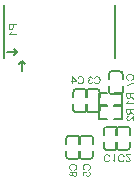
<source format=gbo>
G04*
G04 #@! TF.GenerationSoftware,Altium Limited,Altium Designer,22.2.1 (43)*
G04*
G04 Layer_Color=32896*
%FSLAX25Y25*%
%MOIN*%
G70*
G04*
G04 #@! TF.SameCoordinates,7A19E3BE-6BE7-4922-87A8-EFF1A209D318*
G04*
G04*
G04 #@! TF.FilePolarity,Positive*
G04*
G01*
G75*
%ADD23C,0.00787*%
%ADD24C,0.00500*%
G36*
X57051Y53114D02*
X57117Y53110D01*
X57182Y53102D01*
X57243Y53095D01*
X57304Y53084D01*
X57360Y53073D01*
X57414Y53060D01*
X57463Y53047D01*
X57508Y53036D01*
X57548Y53023D01*
X57584Y53012D01*
X57613Y53001D01*
X57637Y52993D01*
X57654Y52986D01*
X57665Y52982D01*
X57667Y52980D01*
X57669D01*
X57726Y52955D01*
X57782Y52925D01*
X57832Y52894D01*
X57880Y52862D01*
X57922Y52829D01*
X57963Y52795D01*
X57998Y52764D01*
X58031Y52732D01*
X58061Y52703D01*
X58085Y52675D01*
X58107Y52651D01*
X58124Y52629D01*
X58137Y52610D01*
X58148Y52597D01*
X58153Y52590D01*
X58155Y52586D01*
X58185Y52536D01*
X58211Y52483D01*
X58233Y52427D01*
X58253Y52372D01*
X58268Y52316D01*
X58283Y52259D01*
X58294Y52205D01*
X58303Y52152D01*
X58309Y52104D01*
X58314Y52057D01*
X58318Y52017D01*
X58322Y51981D01*
Y51954D01*
X58324Y51941D01*
Y51913D01*
X58322Y51839D01*
X58314Y51769D01*
X58303Y51702D01*
X58290Y51637D01*
X58274Y51578D01*
X58255Y51523D01*
X58235Y51471D01*
X58214Y51425D01*
X58194Y51382D01*
X58174Y51345D01*
X58155Y51312D01*
X58139Y51286D01*
X58126Y51264D01*
X58115Y51249D01*
X58107Y51240D01*
X58105Y51236D01*
X58061Y51186D01*
X58015Y51140D01*
X57965Y51097D01*
X57913Y51058D01*
X57859Y51023D01*
X57807Y50992D01*
X57756Y50964D01*
X57704Y50940D01*
X57656Y50918D01*
X57611Y50899D01*
X57573Y50884D01*
X57537Y50871D01*
X57510Y50862D01*
X57497Y50858D01*
X57487Y50857D01*
X57480Y50855D01*
X57474Y50853D01*
X57471Y50851D01*
X57469D01*
X57384Y51190D01*
X57443Y51204D01*
X57497Y51221D01*
X57548Y51240D01*
X57595Y51262D01*
X57639Y51282D01*
X57680Y51306D01*
X57715Y51328D01*
X57748Y51351D01*
X57776Y51371D01*
X57802Y51391D01*
X57822Y51410D01*
X57839Y51426D01*
X57854Y51439D01*
X57863Y51449D01*
X57869Y51456D01*
X57870Y51458D01*
X57898Y51497D01*
X57924Y51536D01*
X57946Y51576D01*
X57965Y51617D01*
X57980Y51658D01*
X57993Y51698D01*
X58004Y51737D01*
X58013Y51774D01*
X58020Y51807D01*
X58024Y51841D01*
X58028Y51869D01*
X58031Y51893D01*
Y51913D01*
X58033Y51928D01*
Y51941D01*
X58031Y51983D01*
X58028Y52026D01*
X58022Y52066D01*
X58015Y52107D01*
X58005Y52144D01*
X57994Y52181D01*
X57985Y52214D01*
X57972Y52246D01*
X57961Y52274D01*
X57952Y52300D01*
X57941Y52322D01*
X57932Y52340D01*
X57924Y52355D01*
X57919Y52366D01*
X57915Y52374D01*
X57913Y52376D01*
X57889Y52412D01*
X57863Y52446D01*
X57835Y52477D01*
X57806Y52507D01*
X57776Y52533D01*
X57745Y52557D01*
X57715Y52579D01*
X57687Y52599D01*
X57660Y52616D01*
X57634Y52631D01*
X57610Y52644D01*
X57589Y52653D01*
X57573Y52662D01*
X57561Y52668D01*
X57552Y52670D01*
X57550Y52671D01*
X57504Y52688D01*
X57456Y52703D01*
X57408Y52716D01*
X57358Y52725D01*
X57264Y52744D01*
X57217Y52749D01*
X57173Y52755D01*
X57134Y52758D01*
X57097Y52760D01*
X57064Y52762D01*
X57036Y52764D01*
X57012Y52766D01*
X56995D01*
X56984D01*
X56981D01*
X56932Y52764D01*
X56886Y52762D01*
X56797Y52753D01*
X56755Y52747D01*
X56714Y52740D01*
X56675Y52732D01*
X56640Y52725D01*
X56607Y52718D01*
X56577Y52712D01*
X56551Y52705D01*
X56529Y52699D01*
X56512Y52694D01*
X56500Y52690D01*
X56490Y52686D01*
X56489D01*
X56444Y52670D01*
X56403Y52651D01*
X56365Y52631D01*
X56329Y52609D01*
X56294Y52586D01*
X56263Y52564D01*
X56235Y52540D01*
X56209Y52518D01*
X56187Y52496D01*
X56167Y52475D01*
X56150Y52457D01*
X56135Y52440D01*
X56124Y52427D01*
X56115Y52418D01*
X56111Y52411D01*
X56109Y52409D01*
X56083Y52370D01*
X56063Y52329D01*
X56043Y52289D01*
X56026Y52248D01*
X56013Y52205D01*
X56002Y52165D01*
X55993Y52126D01*
X55985Y52087D01*
X55978Y52052D01*
X55974Y52018D01*
X55971Y51989D01*
X55969Y51963D01*
X55967Y51943D01*
Y51915D01*
X55969Y51867D01*
X55972Y51822D01*
X55978Y51780D01*
X55987Y51739D01*
X55996Y51702D01*
X56007Y51667D01*
X56019Y51635D01*
X56030Y51606D01*
X56043Y51580D01*
X56054Y51556D01*
X56065Y51536D01*
X56074Y51519D01*
X56083Y51506D01*
X56089Y51497D01*
X56093Y51491D01*
X56094Y51489D01*
X56120Y51458D01*
X56148Y51428D01*
X56179Y51402D01*
X56211Y51376D01*
X56246Y51352D01*
X56279Y51332D01*
X56313Y51312D01*
X56346Y51295D01*
X56378Y51280D01*
X56407Y51266D01*
X56433Y51254D01*
X56455Y51245D01*
X56476Y51238D01*
X56489Y51232D01*
X56498Y51230D01*
X56501Y51228D01*
X56424Y50896D01*
X56359Y50916D01*
X56298Y50942D01*
X56241Y50968D01*
X56187Y50997D01*
X56139Y51027D01*
X56093Y51056D01*
X56052Y51088D01*
X56015Y51117D01*
X55982Y51147D01*
X55954Y51173D01*
X55928Y51197D01*
X55909Y51219D01*
X55893Y51236D01*
X55882Y51251D01*
X55874Y51258D01*
X55872Y51262D01*
X55837Y51312D01*
X55808Y51363D01*
X55782Y51419D01*
X55760Y51473D01*
X55739Y51526D01*
X55724Y51580D01*
X55712Y51632D01*
X55700Y51682D01*
X55693Y51730D01*
X55687Y51772D01*
X55682Y51809D01*
X55680Y51843D01*
X55678Y51870D01*
X55676Y51881D01*
Y51907D01*
X55678Y51970D01*
X55684Y52031D01*
X55691Y52091D01*
X55700Y52148D01*
X55712Y52202D01*
X55726Y52253D01*
X55739Y52302D01*
X55754Y52346D01*
X55769Y52385D01*
X55782Y52422D01*
X55795Y52453D01*
X55808Y52479D01*
X55817Y52501D01*
X55824Y52516D01*
X55830Y52525D01*
X55832Y52529D01*
X55863Y52581D01*
X55897Y52629D01*
X55932Y52673D01*
X55969Y52716D01*
X56006Y52755D01*
X56043Y52790D01*
X56081Y52823D01*
X56117Y52851D01*
X56150Y52877D01*
X56183Y52901D01*
X56211Y52919D01*
X56235Y52936D01*
X56257Y52947D01*
X56272Y52956D01*
X56281Y52962D01*
X56285Y52964D01*
X56342Y52990D01*
X56400Y53014D01*
X56459Y53034D01*
X56518Y53051D01*
X56577Y53066D01*
X56637Y53079D01*
X56692Y53088D01*
X56744Y53097D01*
X56794Y53102D01*
X56840Y53108D01*
X56881Y53110D01*
X56916Y53114D01*
X56944D01*
X56955Y53115D01*
X56964D01*
X56971D01*
X56977D01*
X56981D01*
X56982D01*
X57051Y53114D01*
D02*
G37*
G36*
X56056Y49288D02*
X56107Y49332D01*
X56163Y49377D01*
X56276Y49460D01*
X56333Y49499D01*
X56389Y49538D01*
X56442Y49573D01*
X56494Y49604D01*
X56542Y49634D01*
X56586Y49661D01*
X56627Y49684D01*
X56660Y49704D01*
X56688Y49719D01*
X56699Y49726D01*
X56709Y49732D01*
X56718Y49736D01*
X56723Y49739D01*
X56725Y49741D01*
X56727D01*
X56801Y49780D01*
X56877Y49815D01*
X56951Y49850D01*
X57023Y49882D01*
X57093Y49909D01*
X57162Y49937D01*
X57227Y49961D01*
X57288Y49983D01*
X57345Y50002D01*
X57395Y50019D01*
X57441Y50033D01*
X57478Y50045D01*
X57495Y50050D01*
X57510Y50054D01*
X57523Y50057D01*
X57534Y50061D01*
X57541Y50063D01*
X57547Y50065D01*
X57550Y50067D01*
X57552D01*
X57630Y50087D01*
X57706Y50104D01*
X57778Y50118D01*
X57846Y50133D01*
X57911Y50144D01*
X57970Y50154D01*
X58026Y50161D01*
X58078Y50167D01*
X58122Y50172D01*
X58163Y50176D01*
X58198Y50179D01*
X58227Y50181D01*
X58250D01*
X58268Y50183D01*
X58277D01*
X58281D01*
Y49859D01*
X58211Y49854D01*
X58140Y49847D01*
X58074Y49839D01*
X58011Y49830D01*
X57950Y49821D01*
X57891Y49810D01*
X57837Y49800D01*
X57787Y49789D01*
X57741Y49780D01*
X57700Y49771D01*
X57665Y49761D01*
X57634Y49754D01*
X57610Y49749D01*
X57593Y49743D01*
X57582Y49741D01*
X57578Y49739D01*
X57493Y49713D01*
X57408Y49686D01*
X57327Y49658D01*
X57247Y49626D01*
X57169Y49597D01*
X57097Y49565D01*
X57027Y49536D01*
X56962Y49506D01*
X56903Y49478D01*
X56851Y49452D01*
X56805Y49428D01*
X56783Y49419D01*
X56764Y49408D01*
X56748Y49401D01*
X56733Y49391D01*
X56720Y49386D01*
X56709Y49380D01*
X56701Y49375D01*
X56696Y49371D01*
X56692Y49369D01*
X56690D01*
X56611Y49325D01*
X56537Y49279D01*
X56466Y49236D01*
X56400Y49192D01*
X56339Y49151D01*
X56281Y49110D01*
X56230Y49071D01*
X56183Y49036D01*
X56141Y49005D01*
X56104Y48975D01*
X56072Y48949D01*
X56046Y48927D01*
X56026Y48909D01*
X56009Y48896D01*
X56002Y48886D01*
X55998Y48884D01*
X55754D01*
Y50542D01*
X56056D01*
Y49288D01*
D02*
G37*
G36*
X58285Y41212D02*
X57147D01*
Y40774D01*
X57149Y40735D01*
X57151Y40702D01*
X57153Y40676D01*
X57156Y40657D01*
X57158Y40642D01*
X57160Y40633D01*
Y40631D01*
X57169Y40602D01*
X57178Y40574D01*
X57191Y40548D01*
X57203Y40526D01*
X57212Y40505D01*
X57221Y40491D01*
X57227Y40481D01*
X57228Y40478D01*
X57249Y40448D01*
X57275Y40418D01*
X57304Y40391D01*
X57332Y40363D01*
X57358Y40341D01*
X57380Y40322D01*
X57389Y40315D01*
X57395Y40309D01*
X57399Y40308D01*
X57401Y40306D01*
X57425Y40287D01*
X57450Y40267D01*
X57506Y40226D01*
X57565Y40185D01*
X57622Y40147D01*
X57648Y40130D01*
X57673Y40113D01*
X57695Y40099D01*
X57715Y40086D01*
X57730Y40076D01*
X57743Y40069D01*
X57750Y40063D01*
X57752Y40062D01*
X58285Y39723D01*
Y39299D01*
X57589Y39741D01*
X57515Y39791D01*
X57482Y39817D01*
X57449Y39841D01*
X57419Y39865D01*
X57391Y39889D01*
X57365Y39912D01*
X57341Y39932D01*
X57319Y39950D01*
X57301Y39969D01*
X57286Y39984D01*
X57271Y39997D01*
X57262Y40008D01*
X57253Y40015D01*
X57249Y40021D01*
X57247Y40023D01*
X57223Y40052D01*
X57201Y40084D01*
X57178Y40117D01*
X57160Y40150D01*
X57143Y40180D01*
X57136Y40193D01*
X57130Y40204D01*
X57125Y40213D01*
X57123Y40221D01*
X57119Y40224D01*
Y40226D01*
X57108Y40159D01*
X57095Y40097D01*
X57079Y40039D01*
X57062Y39986D01*
X57042Y39937D01*
X57023Y39891D01*
X57003Y39852D01*
X56982Y39815D01*
X56962Y39784D01*
X56944Y39758D01*
X56927Y39734D01*
X56912Y39715D01*
X56899Y39701D01*
X56890Y39690D01*
X56884Y39684D01*
X56883Y39682D01*
X56847Y39651D01*
X56809Y39623D01*
X56771Y39599D01*
X56733Y39579D01*
X56694Y39562D01*
X56655Y39547D01*
X56618Y39536D01*
X56583Y39527D01*
X56550Y39519D01*
X56520Y39514D01*
X56492Y39510D01*
X56470Y39507D01*
X56450D01*
X56435Y39505D01*
X56427D01*
X56424D01*
X56385Y39507D01*
X56346Y39508D01*
X56309Y39514D01*
X56274Y39521D01*
X56241Y39529D01*
X56209Y39538D01*
X56179Y39549D01*
X56152Y39558D01*
X56128Y39568D01*
X56106Y39579D01*
X56085Y39588D01*
X56068Y39595D01*
X56056Y39603D01*
X56046Y39606D01*
X56041Y39610D01*
X56039Y39612D01*
X56007Y39632D01*
X55978Y39654D01*
X55952Y39678D01*
X55926Y39701D01*
X55904Y39725D01*
X55884Y39749D01*
X55867Y39773D01*
X55850Y39795D01*
X55837Y39815D01*
X55826Y39836D01*
X55815Y39852D01*
X55808Y39867D01*
X55802Y39880D01*
X55798Y39889D01*
X55795Y39895D01*
Y39897D01*
X55782Y39932D01*
X55771Y39971D01*
X55761Y40012D01*
X55754Y40052D01*
X55741Y40139D01*
X55737Y40182D01*
X55734Y40222D01*
X55730Y40263D01*
X55728Y40298D01*
X55726Y40332D01*
Y40361D01*
X55724Y40383D01*
Y41551D01*
X58285D01*
Y41212D01*
D02*
G37*
G36*
Y37449D02*
X57983D01*
Y38704D01*
X57952Y38683D01*
X57920Y38661D01*
X57893Y38639D01*
X57867Y38618D01*
X57846Y38600D01*
X57830Y38585D01*
X57819Y38576D01*
X57815Y38572D01*
X57796Y38556D01*
X57776Y38533D01*
X57754Y38509D01*
X57728Y38482D01*
X57702Y38452D01*
X57674Y38422D01*
X57621Y38359D01*
X57595Y38330D01*
X57571Y38302D01*
X57548Y38278D01*
X57530Y38254D01*
X57513Y38236D01*
X57502Y38223D01*
X57493Y38213D01*
X57491Y38210D01*
X57439Y38149D01*
X57389Y38091D01*
X57343Y38039D01*
X57301Y37991D01*
X57260Y37947D01*
X57223Y37908D01*
X57190Y37871D01*
X57160Y37840D01*
X57132Y37812D01*
X57108Y37790D01*
X57088Y37769D01*
X57071Y37753D01*
X57058Y37740D01*
X57049Y37732D01*
X57043Y37727D01*
X57042Y37725D01*
X57010Y37699D01*
X56981Y37673D01*
X56951Y37651D01*
X56923Y37631D01*
X56870Y37594D01*
X56845Y37579D01*
X56823Y37566D01*
X56803Y37553D01*
X56784Y37544D01*
X56768Y37534D01*
X56755Y37529D01*
X56744Y37523D01*
X56736Y37520D01*
X56731Y37516D01*
X56729D01*
X56674Y37495D01*
X56620Y37479D01*
X56568Y37468D01*
X56522Y37460D01*
X56501Y37459D01*
X56483Y37457D01*
X56468Y37455D01*
X56453Y37453D01*
X56442D01*
X56435D01*
X56429D01*
X56427D01*
X56372Y37455D01*
X56318Y37462D01*
X56268Y37473D01*
X56220Y37486D01*
X56176Y37503D01*
X56133Y37521D01*
X56094Y37542D01*
X56059Y37560D01*
X56028Y37581D01*
X56000Y37601D01*
X55976Y37620D01*
X55958Y37636D01*
X55941Y37649D01*
X55930Y37660D01*
X55922Y37668D01*
X55920Y37669D01*
X55884Y37712D01*
X55852Y37756D01*
X55826Y37803D01*
X55802Y37851D01*
X55782Y37899D01*
X55765Y37949D01*
X55752Y37995D01*
X55741Y38041D01*
X55732Y38084D01*
X55726Y38124D01*
X55721Y38160D01*
X55719Y38191D01*
X55717Y38217D01*
X55715Y38236D01*
Y38252D01*
X55717Y38319D01*
X55723Y38382D01*
X55732Y38441D01*
X55745Y38496D01*
X55760Y38548D01*
X55776Y38596D01*
X55793Y38639D01*
X55809Y38680D01*
X55828Y38715D01*
X55845Y38746D01*
X55861Y38772D01*
X55876Y38794D01*
X55887Y38811D01*
X55898Y38824D01*
X55904Y38831D01*
X55906Y38833D01*
X55943Y38872D01*
X55983Y38905D01*
X56026Y38937D01*
X56070Y38963D01*
X56117Y38987D01*
X56163Y39007D01*
X56207Y39024D01*
X56252Y39038D01*
X56292Y39050D01*
X56331Y39059D01*
X56366Y39066D01*
X56396Y39072D01*
X56420Y39077D01*
X56438Y39079D01*
X56446D01*
X56451Y39081D01*
X56453D01*
X56455D01*
X56489Y38757D01*
X56444Y38755D01*
X56403Y38752D01*
X56365Y38744D01*
X56327Y38737D01*
X56294Y38726D01*
X56265Y38715D01*
X56235Y38702D01*
X56211Y38689D01*
X56189Y38678D01*
X56168Y38665D01*
X56152Y38654D01*
X56137Y38642D01*
X56128Y38635D01*
X56119Y38628D01*
X56115Y38624D01*
X56113Y38622D01*
X56089Y38596D01*
X56068Y38567D01*
X56050Y38537D01*
X56033Y38508D01*
X56020Y38476D01*
X56009Y38446D01*
X56000Y38417D01*
X55993Y38389D01*
X55987Y38361D01*
X55983Y38337D01*
X55980Y38315D01*
X55978Y38295D01*
X55976Y38280D01*
Y38258D01*
X55978Y38219D01*
X55982Y38182D01*
X55987Y38147D01*
X55996Y38113D01*
X56006Y38084D01*
X56017Y38054D01*
X56028Y38028D01*
X56041Y38004D01*
X56052Y37984D01*
X56065Y37965D01*
X56076Y37949D01*
X56085Y37936D01*
X56094Y37925D01*
X56100Y37917D01*
X56104Y37914D01*
X56106Y37912D01*
X56130Y37888D01*
X56156Y37867D01*
X56181Y37849D01*
X56209Y37834D01*
X56235Y37821D01*
X56261Y37810D01*
X56287Y37801D01*
X56311Y37793D01*
X56333Y37788D01*
X56353Y37784D01*
X56372Y37780D01*
X56389Y37779D01*
X56401Y37777D01*
X56411D01*
X56418D01*
X56420D01*
X56453Y37779D01*
X56487Y37782D01*
X56520Y37790D01*
X56553Y37799D01*
X56618Y37823D01*
X56648Y37838D01*
X56675Y37851D01*
X56701Y37864D01*
X56725Y37879D01*
X56746Y37890D01*
X56764Y37901D01*
X56777Y37912D01*
X56788Y37919D01*
X56796Y37923D01*
X56797Y37925D01*
X56836Y37954D01*
X56879Y37991D01*
X56921Y38030D01*
X56966Y38075D01*
X57012Y38119D01*
X57056Y38167D01*
X57101Y38213D01*
X57143Y38261D01*
X57184Y38306D01*
X57221Y38348D01*
X57256Y38385D01*
X57284Y38421D01*
X57308Y38448D01*
X57317Y38459D01*
X57327Y38469D01*
X57332Y38476D01*
X57338Y38482D01*
X57340Y38485D01*
X57341Y38487D01*
X57382Y38535D01*
X57421Y38581D01*
X57458Y38624D01*
X57493Y38665D01*
X57528Y38702D01*
X57560Y38735D01*
X57589Y38765D01*
X57617Y38792D01*
X57641Y38818D01*
X57663Y38839D01*
X57682Y38857D01*
X57698Y38872D01*
X57711Y38883D01*
X57721Y38890D01*
X57726Y38896D01*
X57728Y38898D01*
X57791Y38948D01*
X57852Y38990D01*
X57909Y39026D01*
X57935Y39042D01*
X57961Y39055D01*
X57983Y39066D01*
X58004Y39077D01*
X58022Y39086D01*
X58039Y39092D01*
X58052Y39098D01*
X58061Y39101D01*
X58066Y39105D01*
X58068D01*
X58107Y39118D01*
X58146Y39127D01*
X58183Y39133D01*
X58214Y39136D01*
X58244Y39138D01*
X58255Y39140D01*
X58266D01*
X58274D01*
X58279D01*
X58283D01*
X58285D01*
Y37449D01*
D02*
G37*
G36*
Y46478D02*
X57147D01*
Y46040D01*
X57149Y46001D01*
X57151Y45968D01*
X57153Y45942D01*
X57156Y45923D01*
X57158Y45908D01*
X57160Y45899D01*
Y45897D01*
X57169Y45868D01*
X57178Y45840D01*
X57191Y45814D01*
X57203Y45792D01*
X57212Y45771D01*
X57221Y45757D01*
X57227Y45747D01*
X57228Y45744D01*
X57249Y45714D01*
X57275Y45684D01*
X57304Y45657D01*
X57332Y45629D01*
X57358Y45607D01*
X57380Y45588D01*
X57389Y45581D01*
X57395Y45575D01*
X57399Y45573D01*
X57401Y45572D01*
X57425Y45553D01*
X57450Y45533D01*
X57506Y45492D01*
X57565Y45451D01*
X57622Y45412D01*
X57648Y45396D01*
X57673Y45379D01*
X57695Y45364D01*
X57715Y45351D01*
X57730Y45342D01*
X57743Y45335D01*
X57750Y45329D01*
X57752Y45327D01*
X58285Y44989D01*
Y44565D01*
X57589Y45007D01*
X57515Y45057D01*
X57482Y45083D01*
X57449Y45107D01*
X57419Y45131D01*
X57391Y45155D01*
X57365Y45178D01*
X57341Y45198D01*
X57319Y45216D01*
X57301Y45235D01*
X57286Y45250D01*
X57271Y45263D01*
X57262Y45274D01*
X57253Y45281D01*
X57249Y45287D01*
X57247Y45289D01*
X57223Y45318D01*
X57201Y45350D01*
X57178Y45383D01*
X57160Y45416D01*
X57143Y45446D01*
X57136Y45459D01*
X57130Y45470D01*
X57125Y45479D01*
X57123Y45487D01*
X57119Y45490D01*
Y45492D01*
X57108Y45426D01*
X57095Y45363D01*
X57079Y45305D01*
X57062Y45252D01*
X57042Y45204D01*
X57023Y45157D01*
X57003Y45118D01*
X56982Y45081D01*
X56962Y45050D01*
X56944Y45024D01*
X56927Y45000D01*
X56912Y44982D01*
X56899Y44967D01*
X56890Y44956D01*
X56884Y44950D01*
X56883Y44948D01*
X56847Y44917D01*
X56809Y44889D01*
X56771Y44865D01*
X56733Y44845D01*
X56694Y44828D01*
X56655Y44813D01*
X56618Y44802D01*
X56583Y44793D01*
X56550Y44785D01*
X56520Y44780D01*
X56492Y44776D01*
X56470Y44772D01*
X56450D01*
X56435Y44771D01*
X56427D01*
X56424D01*
X56385Y44772D01*
X56346Y44774D01*
X56309Y44780D01*
X56274Y44787D01*
X56241Y44795D01*
X56209Y44804D01*
X56179Y44815D01*
X56152Y44824D01*
X56128Y44833D01*
X56106Y44845D01*
X56085Y44854D01*
X56068Y44861D01*
X56056Y44869D01*
X56046Y44872D01*
X56041Y44876D01*
X56039Y44878D01*
X56007Y44898D01*
X55978Y44920D01*
X55952Y44945D01*
X55926Y44967D01*
X55904Y44991D01*
X55884Y45015D01*
X55867Y45039D01*
X55850Y45061D01*
X55837Y45081D01*
X55826Y45102D01*
X55815Y45118D01*
X55808Y45133D01*
X55802Y45146D01*
X55798Y45155D01*
X55795Y45161D01*
Y45163D01*
X55782Y45198D01*
X55771Y45237D01*
X55761Y45278D01*
X55754Y45318D01*
X55741Y45405D01*
X55737Y45448D01*
X55734Y45488D01*
X55730Y45529D01*
X55728Y45564D01*
X55726Y45598D01*
Y45627D01*
X55724Y45649D01*
Y46817D01*
X58285D01*
Y46478D01*
D02*
G37*
G36*
X56640Y44071D02*
X56614Y44014D01*
X56588Y43958D01*
X56563Y43907D01*
X56550Y43884D01*
X56538Y43862D01*
X56527Y43844D01*
X56518Y43829D01*
X56512Y43816D01*
X56507Y43805D01*
X56503Y43799D01*
X56501Y43797D01*
X56461Y43731D01*
X56440Y43701D01*
X56422Y43672D01*
X56401Y43646D01*
X56385Y43622D01*
X56366Y43600D01*
X56352Y43577D01*
X56337Y43561D01*
X56324Y43544D01*
X56311Y43529D01*
X56302Y43518D01*
X56294Y43509D01*
X56289Y43503D01*
X56285Y43500D01*
X56283Y43498D01*
X58285D01*
Y43183D01*
X55715D01*
Y43387D01*
X55747Y43403D01*
X55778Y43422D01*
X55839Y43464D01*
X55897Y43511D01*
X55924Y43535D01*
X55950Y43557D01*
X55972Y43579D01*
X55994Y43600D01*
X56013Y43618D01*
X56030Y43635D01*
X56043Y43648D01*
X56052Y43657D01*
X56057Y43664D01*
X56059Y43666D01*
X56122Y43742D01*
X56179Y43822D01*
X56231Y43899D01*
X56253Y43936D01*
X56276Y43971D01*
X56294Y44003D01*
X56311Y44032D01*
X56326Y44060D01*
X56337Y44082D01*
X56346Y44101D01*
X56353Y44116D01*
X56357Y44123D01*
X56359Y44127D01*
X56662D01*
X56640Y44071D01*
D02*
G37*
G36*
X19135Y69268D02*
X18094D01*
Y68563D01*
X18092Y68515D01*
X18088Y68469D01*
X18084Y68424D01*
X18079Y68382D01*
X18073Y68341D01*
X18058Y68265D01*
X18042Y68199D01*
X18022Y68136D01*
X18001Y68082D01*
X17981Y68034D01*
X17961Y67991D01*
X17940Y67956D01*
X17920Y67927D01*
X17903Y67902D01*
X17888Y67884D01*
X17877Y67871D01*
X17870Y67864D01*
X17868Y67862D01*
X17825Y67825D01*
X17779Y67793D01*
X17733Y67766D01*
X17687Y67742D01*
X17640Y67721D01*
X17594Y67704D01*
X17550Y67690D01*
X17507Y67679D01*
X17468Y67669D01*
X17431Y67664D01*
X17400Y67658D01*
X17370Y67656D01*
X17348Y67655D01*
X17332Y67653D01*
X17320D01*
X17317D01*
X17246Y67656D01*
X17182Y67666D01*
X17150Y67671D01*
X17122Y67677D01*
X17095Y67684D01*
X17071Y67692D01*
X17048Y67699D01*
X17028Y67706D01*
X17010Y67712D01*
X16995Y67717D01*
X16984Y67723D01*
X16974Y67727D01*
X16969Y67729D01*
X16967Y67730D01*
X16912Y67762D01*
X16862Y67795D01*
X16819Y67830D01*
X16801Y67847D01*
X16784Y67862D01*
X16769Y67877D01*
X16756Y67891D01*
X16745Y67904D01*
X16738Y67915D01*
X16730Y67923D01*
X16725Y67930D01*
X16723Y67934D01*
X16721Y67936D01*
X16690Y67986D01*
X16666Y68039D01*
X16643Y68091D01*
X16627Y68141D01*
X16621Y68165D01*
X16615Y68186D01*
X16610Y68204D01*
X16606Y68221D01*
X16604Y68234D01*
X16603Y68243D01*
X16601Y68250D01*
Y68252D01*
X16597Y68278D01*
X16591Y68308D01*
X16586Y68370D01*
X16580Y68435D01*
X16578Y68498D01*
X16577Y68528D01*
Y68554D01*
X16575Y68580D01*
Y69606D01*
X19135D01*
Y69268D01*
D02*
G37*
G36*
X17491Y67053D02*
X17465Y66996D01*
X17439Y66940D01*
X17413Y66889D01*
X17400Y66866D01*
X17389Y66844D01*
X17378Y66826D01*
X17368Y66811D01*
X17363Y66798D01*
X17357Y66787D01*
X17354Y66781D01*
X17352Y66780D01*
X17311Y66713D01*
X17291Y66683D01*
X17272Y66654D01*
X17252Y66628D01*
X17235Y66604D01*
X17217Y66582D01*
X17202Y66559D01*
X17187Y66543D01*
X17174Y66526D01*
X17161Y66511D01*
X17152Y66500D01*
X17145Y66491D01*
X17139Y66485D01*
X17135Y66482D01*
X17133Y66480D01*
X19135D01*
Y66165D01*
X16566D01*
Y66369D01*
X16597Y66386D01*
X16628Y66404D01*
X16690Y66447D01*
X16747Y66493D01*
X16775Y66517D01*
X16801Y66539D01*
X16823Y66561D01*
X16845Y66582D01*
X16863Y66600D01*
X16880Y66617D01*
X16893Y66630D01*
X16902Y66639D01*
X16908Y66646D01*
X16910Y66648D01*
X16973Y66724D01*
X17030Y66804D01*
X17082Y66881D01*
X17104Y66918D01*
X17126Y66953D01*
X17145Y66985D01*
X17161Y67014D01*
X17176Y67042D01*
X17187Y67064D01*
X17196Y67083D01*
X17204Y67098D01*
X17208Y67105D01*
X17209Y67109D01*
X17513D01*
X17491Y67053D01*
D02*
G37*
G36*
X38051Y23114D02*
X38118Y23110D01*
X38182Y23102D01*
X38243Y23095D01*
X38304Y23084D01*
X38360Y23073D01*
X38414Y23060D01*
X38463Y23047D01*
X38508Y23036D01*
X38548Y23023D01*
X38584Y23012D01*
X38613Y23001D01*
X38637Y22993D01*
X38654Y22986D01*
X38665Y22982D01*
X38667Y22980D01*
X38669D01*
X38726Y22954D01*
X38782Y22925D01*
X38832Y22894D01*
X38880Y22862D01*
X38922Y22829D01*
X38963Y22795D01*
X38998Y22764D01*
X39031Y22733D01*
X39061Y22703D01*
X39085Y22675D01*
X39107Y22651D01*
X39124Y22629D01*
X39137Y22610D01*
X39148Y22598D01*
X39154Y22590D01*
X39155Y22586D01*
X39185Y22536D01*
X39211Y22483D01*
X39233Y22427D01*
X39253Y22372D01*
X39268Y22316D01*
X39283Y22259D01*
X39294Y22205D01*
X39303Y22152D01*
X39309Y22104D01*
X39314Y22057D01*
X39318Y22017D01*
X39322Y21981D01*
Y21954D01*
X39324Y21941D01*
Y21913D01*
X39322Y21839D01*
X39314Y21769D01*
X39303Y21702D01*
X39290Y21637D01*
X39274Y21578D01*
X39255Y21523D01*
X39235Y21471D01*
X39215Y21425D01*
X39194Y21382D01*
X39174Y21345D01*
X39155Y21312D01*
X39139Y21286D01*
X39126Y21264D01*
X39115Y21249D01*
X39107Y21240D01*
X39105Y21236D01*
X39061Y21186D01*
X39015Y21140D01*
X38965Y21097D01*
X38913Y21058D01*
X38859Y21023D01*
X38807Y20992D01*
X38756Y20964D01*
X38704Y20940D01*
X38656Y20918D01*
X38611Y20899D01*
X38573Y20884D01*
X38537Y20871D01*
X38510Y20862D01*
X38497Y20858D01*
X38487Y20857D01*
X38480Y20855D01*
X38475Y20853D01*
X38471Y20851D01*
X38469D01*
X38384Y21190D01*
X38443Y21204D01*
X38497Y21221D01*
X38548Y21240D01*
X38595Y21262D01*
X38639Y21282D01*
X38680Y21306D01*
X38715Y21328D01*
X38748Y21351D01*
X38776Y21371D01*
X38802Y21391D01*
X38822Y21410D01*
X38839Y21426D01*
X38854Y21439D01*
X38863Y21449D01*
X38869Y21456D01*
X38870Y21458D01*
X38898Y21497D01*
X38924Y21536D01*
X38946Y21576D01*
X38965Y21617D01*
X38980Y21658D01*
X38993Y21698D01*
X39004Y21737D01*
X39013Y21774D01*
X39020Y21808D01*
X39024Y21841D01*
X39028Y21869D01*
X39031Y21893D01*
Y21913D01*
X39033Y21928D01*
Y21941D01*
X39031Y21983D01*
X39028Y22026D01*
X39022Y22066D01*
X39015Y22107D01*
X39006Y22144D01*
X38994Y22181D01*
X38985Y22215D01*
X38972Y22246D01*
X38961Y22274D01*
X38952Y22300D01*
X38941Y22322D01*
X38932Y22340D01*
X38924Y22355D01*
X38919Y22366D01*
X38915Y22374D01*
X38913Y22376D01*
X38889Y22412D01*
X38863Y22446D01*
X38835Y22477D01*
X38806Y22507D01*
X38776Y22533D01*
X38745Y22557D01*
X38715Y22579D01*
X38687Y22599D01*
X38660Y22616D01*
X38634Y22631D01*
X38610Y22644D01*
X38589Y22653D01*
X38573Y22662D01*
X38561Y22668D01*
X38552Y22670D01*
X38550Y22671D01*
X38504Y22688D01*
X38456Y22703D01*
X38408Y22716D01*
X38358Y22725D01*
X38264Y22744D01*
X38217Y22749D01*
X38173Y22755D01*
X38134Y22758D01*
X38097Y22760D01*
X38064Y22762D01*
X38036Y22764D01*
X38012Y22766D01*
X37995D01*
X37984D01*
X37981D01*
X37933Y22764D01*
X37886Y22762D01*
X37797Y22753D01*
X37755Y22747D01*
X37714Y22740D01*
X37675Y22733D01*
X37640Y22725D01*
X37607Y22718D01*
X37577Y22712D01*
X37551Y22705D01*
X37529Y22699D01*
X37512Y22694D01*
X37500Y22690D01*
X37490Y22686D01*
X37488D01*
X37444Y22670D01*
X37403Y22651D01*
X37365Y22631D01*
X37329Y22609D01*
X37294Y22586D01*
X37263Y22564D01*
X37235Y22540D01*
X37209Y22518D01*
X37187Y22496D01*
X37167Y22475D01*
X37150Y22457D01*
X37135Y22440D01*
X37124Y22427D01*
X37115Y22418D01*
X37111Y22411D01*
X37109Y22409D01*
X37083Y22370D01*
X37063Y22329D01*
X37043Y22288D01*
X37026Y22248D01*
X37013Y22205D01*
X37002Y22165D01*
X36993Y22126D01*
X36985Y22087D01*
X36978Y22052D01*
X36974Y22018D01*
X36970Y21989D01*
X36969Y21963D01*
X36967Y21943D01*
Y21915D01*
X36969Y21867D01*
X36972Y21822D01*
X36978Y21780D01*
X36987Y21739D01*
X36996Y21702D01*
X37007Y21667D01*
X37019Y21635D01*
X37030Y21606D01*
X37043Y21580D01*
X37054Y21556D01*
X37065Y21536D01*
X37074Y21519D01*
X37083Y21506D01*
X37089Y21497D01*
X37093Y21491D01*
X37094Y21489D01*
X37120Y21458D01*
X37148Y21428D01*
X37179Y21402D01*
X37211Y21376D01*
X37246Y21352D01*
X37279Y21332D01*
X37313Y21312D01*
X37346Y21295D01*
X37378Y21280D01*
X37407Y21265D01*
X37433Y21254D01*
X37455Y21245D01*
X37475Y21238D01*
X37488Y21232D01*
X37498Y21230D01*
X37501Y21228D01*
X37424Y20896D01*
X37359Y20916D01*
X37298Y20942D01*
X37241Y20968D01*
X37187Y20997D01*
X37139Y21027D01*
X37093Y21056D01*
X37052Y21088D01*
X37015Y21117D01*
X36982Y21147D01*
X36954Y21173D01*
X36928Y21197D01*
X36909Y21219D01*
X36893Y21236D01*
X36882Y21251D01*
X36874Y21258D01*
X36872Y21262D01*
X36837Y21312D01*
X36808Y21363D01*
X36782Y21419D01*
X36760Y21473D01*
X36739Y21526D01*
X36724Y21580D01*
X36711Y21632D01*
X36700Y21682D01*
X36693Y21730D01*
X36687Y21772D01*
X36682Y21809D01*
X36680Y21843D01*
X36678Y21870D01*
X36676Y21881D01*
Y21907D01*
X36678Y21970D01*
X36684Y22031D01*
X36691Y22091D01*
X36700Y22148D01*
X36711Y22202D01*
X36726Y22253D01*
X36739Y22301D01*
X36754Y22346D01*
X36769Y22385D01*
X36782Y22422D01*
X36795Y22453D01*
X36808Y22479D01*
X36817Y22501D01*
X36824Y22516D01*
X36830Y22525D01*
X36832Y22529D01*
X36863Y22581D01*
X36896Y22629D01*
X36932Y22673D01*
X36969Y22716D01*
X37006Y22755D01*
X37043Y22790D01*
X37082Y22823D01*
X37117Y22851D01*
X37150Y22877D01*
X37183Y22901D01*
X37211Y22919D01*
X37235Y22936D01*
X37257Y22947D01*
X37272Y22956D01*
X37281Y22962D01*
X37285Y22964D01*
X37342Y22990D01*
X37400Y23014D01*
X37459Y23034D01*
X37518Y23051D01*
X37577Y23065D01*
X37637Y23078D01*
X37692Y23088D01*
X37744Y23097D01*
X37794Y23102D01*
X37840Y23108D01*
X37881Y23110D01*
X37916Y23114D01*
X37944D01*
X37955Y23115D01*
X37964D01*
X37971D01*
X37977D01*
X37981D01*
X37982D01*
X38051Y23114D01*
D02*
G37*
G36*
X38204Y20572D02*
X38260Y20570D01*
X38315Y20564D01*
X38367Y20559D01*
X38417Y20553D01*
X38465Y20546D01*
X38511Y20537D01*
X38556Y20527D01*
X38598Y20518D01*
X38637Y20507D01*
X38676Y20498D01*
X38711Y20487D01*
X38747Y20474D01*
X38778Y20463D01*
X38807Y20451D01*
X38835Y20440D01*
X38863Y20427D01*
X38887Y20416D01*
X38909Y20405D01*
X38930Y20396D01*
X38948Y20385D01*
X38980Y20366D01*
X39004Y20350D01*
X39022Y20339D01*
X39031Y20329D01*
X39035Y20327D01*
X39085Y20279D01*
X39129Y20230D01*
X39168Y20176D01*
X39202Y20122D01*
X39229Y20068D01*
X39253Y20017D01*
X39272Y19965D01*
X39287Y19915D01*
X39300Y19867D01*
X39309Y19824D01*
X39314Y19785D01*
X39320Y19752D01*
X39322Y19724D01*
Y19713D01*
X39324Y19704D01*
Y19687D01*
X39322Y19645D01*
X39318Y19602D01*
X39314Y19564D01*
X39307Y19525D01*
X39298Y19489D01*
X39288Y19454D01*
X39279Y19423D01*
X39268Y19395D01*
X39259Y19367D01*
X39250Y19345D01*
X39240Y19325D01*
X39231Y19306D01*
X39224Y19293D01*
X39220Y19282D01*
X39216Y19277D01*
X39215Y19275D01*
X39192Y19242D01*
X39170Y19210D01*
X39144Y19181D01*
X39118Y19155D01*
X39092Y19129D01*
X39066Y19105D01*
X39041Y19084D01*
X39015Y19064D01*
X38991Y19047D01*
X38970Y19033D01*
X38950Y19020D01*
X38932Y19008D01*
X38919Y19001D01*
X38907Y18995D01*
X38900Y18992D01*
X38898Y18990D01*
X38859Y18971D01*
X38819Y18955D01*
X38780Y18942D01*
X38741Y18929D01*
X38702Y18918D01*
X38665Y18910D01*
X38630Y18903D01*
X38597Y18898D01*
X38565Y18894D01*
X38537Y18890D01*
X38513Y18888D01*
X38491Y18886D01*
X38475Y18884D01*
X38462D01*
X38452D01*
X38451D01*
X38384Y18886D01*
X38319Y18894D01*
X38260Y18905D01*
X38203Y18920D01*
X38149Y18936D01*
X38101Y18955D01*
X38055Y18975D01*
X38014Y18995D01*
X37977Y19016D01*
X37945Y19036D01*
X37918Y19055D01*
X37896Y19071D01*
X37877Y19086D01*
X37864Y19097D01*
X37855Y19105D01*
X37853Y19106D01*
X37812Y19149D01*
X37775Y19194D01*
X37746Y19238D01*
X37718Y19282D01*
X37696Y19329D01*
X37677Y19373D01*
X37661Y19415D01*
X37649Y19456D01*
X37640Y19495D01*
X37633Y19530D01*
X37627Y19562D01*
X37624Y19589D01*
X37622Y19610D01*
X37620Y19626D01*
Y19674D01*
X37624Y19708D01*
X37633Y19772D01*
X37648Y19830D01*
X37655Y19858D01*
X37662Y19882D01*
X37670Y19906D01*
X37677Y19926D01*
X37685Y19943D01*
X37692Y19959D01*
X37697Y19971D01*
X37701Y19980D01*
X37703Y19985D01*
X37705Y19987D01*
X37722Y20017D01*
X37740Y20046D01*
X37781Y20098D01*
X37823Y20146D01*
X37844Y20167D01*
X37864Y20185D01*
X37884Y20204D01*
X37903Y20218D01*
X37920Y20231D01*
X37934Y20242D01*
X37945Y20252D01*
X37955Y20257D01*
X37960Y20261D01*
X37962Y20263D01*
X37892Y20261D01*
X37825Y20259D01*
X37764Y20254D01*
X37707Y20248D01*
X37655Y20242D01*
X37605Y20235D01*
X37561Y20226D01*
X37522Y20218D01*
X37487Y20211D01*
X37455Y20204D01*
X37429Y20196D01*
X37409Y20189D01*
X37392Y20183D01*
X37379Y20179D01*
X37372Y20176D01*
X37370D01*
X37333Y20159D01*
X37298Y20141D01*
X37265Y20122D01*
X37233Y20102D01*
X37205Y20083D01*
X37179Y20063D01*
X37156Y20044D01*
X37135Y20026D01*
X37117Y20008D01*
X37100Y19993D01*
X37087Y19978D01*
X37076Y19965D01*
X37067Y19956D01*
X37061Y19946D01*
X37057Y19943D01*
X37056Y19941D01*
X37041Y19919D01*
X37028Y19896D01*
X37006Y19852D01*
X36991Y19808D01*
X36982Y19767D01*
X36978Y19747D01*
X36974Y19730D01*
X36972Y19715D01*
Y19702D01*
X36970Y19691D01*
Y19676D01*
X36972Y19643D01*
X36976Y19610D01*
X36983Y19578D01*
X36991Y19549D01*
X37002Y19521D01*
X37013Y19497D01*
X37026Y19473D01*
X37037Y19451D01*
X37050Y19430D01*
X37063Y19414D01*
X37074Y19399D01*
X37085Y19386D01*
X37093Y19377D01*
X37100Y19369D01*
X37104Y19365D01*
X37106Y19364D01*
X37122Y19349D01*
X37141Y19336D01*
X37183Y19312D01*
X37228Y19291D01*
X37270Y19275D01*
X37311Y19260D01*
X37328Y19256D01*
X37344Y19251D01*
X37355Y19247D01*
X37366Y19245D01*
X37372Y19243D01*
X37374D01*
X37350Y18931D01*
X37296Y18940D01*
X37244Y18951D01*
X37196Y18966D01*
X37152Y18984D01*
X37109Y19001D01*
X37070Y19021D01*
X37035Y19042D01*
X37004Y19062D01*
X36976Y19083D01*
X36952Y19101D01*
X36930Y19118D01*
X36913Y19132D01*
X36900Y19145D01*
X36889Y19155D01*
X36884Y19162D01*
X36882Y19164D01*
X36852Y19201D01*
X36826Y19240D01*
X36802Y19280D01*
X36784Y19323D01*
X36767Y19364D01*
X36752Y19404D01*
X36741Y19445D01*
X36732Y19482D01*
X36726Y19519D01*
X36721Y19552D01*
X36717Y19582D01*
X36713Y19608D01*
Y19628D01*
X36711Y19645D01*
Y19658D01*
X36715Y19732D01*
X36724Y19802D01*
X36739Y19867D01*
X36758Y19930D01*
X36780Y19987D01*
X36804Y20039D01*
X36832Y20087D01*
X36858Y20131D01*
X36885Y20170D01*
X36913Y20205D01*
X36937Y20233D01*
X36959Y20257D01*
X36978Y20278D01*
X36993Y20290D01*
X37002Y20298D01*
X37006Y20302D01*
X37039Y20326D01*
X37074Y20350D01*
X37109Y20372D01*
X37148Y20392D01*
X37229Y20429D01*
X37316Y20461D01*
X37405Y20487D01*
X37494Y20509D01*
X37585Y20527D01*
X37672Y20540D01*
X37755Y20553D01*
X37831Y20561D01*
X37868Y20564D01*
X37901Y20566D01*
X37934Y20570D01*
X37962Y20572D01*
X37990D01*
X38014Y20574D01*
X38034D01*
X38051Y20575D01*
X38066D01*
X38075D01*
X38082D01*
X38084D01*
X38145D01*
X38204Y20572D01*
D02*
G37*
G36*
X42551Y23124D02*
X42617Y23120D01*
X42682Y23113D01*
X42743Y23105D01*
X42804Y23094D01*
X42860Y23083D01*
X42913Y23070D01*
X42963Y23057D01*
X43008Y23046D01*
X43049Y23033D01*
X43084Y23022D01*
X43113Y23011D01*
X43137Y23004D01*
X43154Y22996D01*
X43165Y22992D01*
X43167Y22991D01*
X43169D01*
X43226Y22965D01*
X43282Y22935D01*
X43332Y22904D01*
X43380Y22872D01*
X43422Y22839D01*
X43463Y22806D01*
X43498Y22774D01*
X43531Y22743D01*
X43561Y22713D01*
X43585Y22685D01*
X43607Y22661D01*
X43624Y22639D01*
X43637Y22621D01*
X43648Y22608D01*
X43654Y22600D01*
X43655Y22596D01*
X43685Y22547D01*
X43711Y22493D01*
X43733Y22437D01*
X43753Y22382D01*
X43768Y22326D01*
X43783Y22269D01*
X43794Y22216D01*
X43803Y22162D01*
X43809Y22114D01*
X43814Y22067D01*
X43818Y22027D01*
X43822Y21992D01*
Y21964D01*
X43824Y21951D01*
Y21923D01*
X43822Y21849D01*
X43814Y21779D01*
X43803Y21712D01*
X43790Y21647D01*
X43774Y21588D01*
X43755Y21533D01*
X43735Y21481D01*
X43714Y21435D01*
X43694Y21392D01*
X43674Y21355D01*
X43655Y21322D01*
X43639Y21296D01*
X43626Y21274D01*
X43615Y21259D01*
X43607Y21250D01*
X43605Y21246D01*
X43561Y21196D01*
X43515Y21150D01*
X43465Y21107D01*
X43413Y21068D01*
X43359Y21033D01*
X43308Y21002D01*
X43256Y20974D01*
X43204Y20950D01*
X43156Y20928D01*
X43111Y20909D01*
X43073Y20895D01*
X43037Y20882D01*
X43010Y20872D01*
X42997Y20869D01*
X42987Y20867D01*
X42980Y20865D01*
X42974Y20863D01*
X42971Y20861D01*
X42969D01*
X42884Y21200D01*
X42943Y21215D01*
X42997Y21231D01*
X43049Y21250D01*
X43095Y21272D01*
X43139Y21292D01*
X43180Y21316D01*
X43215Y21339D01*
X43248Y21361D01*
X43276Y21381D01*
X43302Y21401D01*
X43322Y21420D01*
X43339Y21437D01*
X43354Y21450D01*
X43363Y21459D01*
X43369Y21466D01*
X43370Y21468D01*
X43398Y21507D01*
X43424Y21546D01*
X43446Y21586D01*
X43465Y21627D01*
X43480Y21668D01*
X43492Y21709D01*
X43504Y21747D01*
X43513Y21784D01*
X43520Y21818D01*
X43524Y21851D01*
X43528Y21879D01*
X43531Y21903D01*
Y21923D01*
X43533Y21938D01*
Y21951D01*
X43531Y21993D01*
X43528Y22036D01*
X43522Y22077D01*
X43515Y22117D01*
X43505Y22154D01*
X43494Y22191D01*
X43485Y22225D01*
X43472Y22256D01*
X43461Y22284D01*
X43452Y22310D01*
X43441Y22332D01*
X43431Y22351D01*
X43424Y22365D01*
X43418Y22376D01*
X43415Y22384D01*
X43413Y22386D01*
X43389Y22423D01*
X43363Y22456D01*
X43335Y22487D01*
X43306Y22517D01*
X43276Y22543D01*
X43245Y22567D01*
X43215Y22589D01*
X43187Y22610D01*
X43159Y22626D01*
X43134Y22641D01*
X43110Y22654D01*
X43089Y22663D01*
X43073Y22672D01*
X43062Y22678D01*
X43052Y22680D01*
X43050Y22682D01*
X43004Y22698D01*
X42956Y22713D01*
X42908Y22726D01*
X42858Y22735D01*
X42764Y22754D01*
X42717Y22759D01*
X42673Y22765D01*
X42634Y22769D01*
X42597Y22770D01*
X42564Y22772D01*
X42536Y22774D01*
X42512Y22776D01*
X42495D01*
X42484D01*
X42481D01*
X42432Y22774D01*
X42386Y22772D01*
X42297Y22763D01*
X42255Y22758D01*
X42214Y22750D01*
X42175Y22743D01*
X42140Y22735D01*
X42107Y22728D01*
X42077Y22722D01*
X42051Y22715D01*
X42029Y22709D01*
X42013Y22704D01*
X42000Y22700D01*
X41990Y22696D01*
X41989D01*
X41944Y22680D01*
X41903Y22661D01*
X41864Y22641D01*
X41829Y22619D01*
X41794Y22596D01*
X41763Y22574D01*
X41735Y22550D01*
X41709Y22528D01*
X41687Y22506D01*
X41667Y22486D01*
X41650Y22467D01*
X41635Y22450D01*
X41624Y22437D01*
X41615Y22428D01*
X41611Y22421D01*
X41609Y22419D01*
X41583Y22380D01*
X41563Y22339D01*
X41543Y22299D01*
X41526Y22258D01*
X41513Y22216D01*
X41502Y22175D01*
X41493Y22136D01*
X41485Y22097D01*
X41478Y22062D01*
X41474Y22029D01*
X41471Y21999D01*
X41469Y21973D01*
X41467Y21953D01*
Y21925D01*
X41469Y21877D01*
X41472Y21833D01*
X41478Y21790D01*
X41487Y21749D01*
X41496Y21712D01*
X41508Y21677D01*
X41519Y21646D01*
X41530Y21616D01*
X41543Y21590D01*
X41554Y21566D01*
X41565Y21546D01*
X41574Y21529D01*
X41583Y21516D01*
X41589Y21507D01*
X41593Y21501D01*
X41594Y21499D01*
X41620Y21468D01*
X41648Y21439D01*
X41679Y21413D01*
X41711Y21387D01*
X41746Y21363D01*
X41779Y21342D01*
X41813Y21322D01*
X41846Y21305D01*
X41877Y21291D01*
X41907Y21276D01*
X41933Y21264D01*
X41955Y21255D01*
X41976Y21248D01*
X41989Y21242D01*
X41998Y21240D01*
X42001Y21239D01*
X41924Y20906D01*
X41859Y20926D01*
X41798Y20952D01*
X41741Y20978D01*
X41687Y21007D01*
X41639Y21037D01*
X41593Y21067D01*
X41552Y21098D01*
X41515Y21128D01*
X41482Y21157D01*
X41454Y21183D01*
X41428Y21207D01*
X41409Y21229D01*
X41393Y21246D01*
X41382Y21261D01*
X41374Y21268D01*
X41372Y21272D01*
X41337Y21322D01*
X41308Y21374D01*
X41282Y21429D01*
X41260Y21483D01*
X41239Y21536D01*
X41224Y21590D01*
X41212Y21642D01*
X41200Y21692D01*
X41193Y21740D01*
X41187Y21783D01*
X41182Y21820D01*
X41180Y21853D01*
X41178Y21881D01*
X41176Y21892D01*
Y21918D01*
X41178Y21981D01*
X41184Y22042D01*
X41191Y22101D01*
X41200Y22158D01*
X41212Y22212D01*
X41226Y22264D01*
X41239Y22312D01*
X41254Y22356D01*
X41269Y22395D01*
X41282Y22432D01*
X41295Y22463D01*
X41308Y22489D01*
X41317Y22511D01*
X41324Y22526D01*
X41330Y22535D01*
X41332Y22539D01*
X41363Y22591D01*
X41396Y22639D01*
X41432Y22683D01*
X41469Y22726D01*
X41506Y22765D01*
X41543Y22800D01*
X41581Y22833D01*
X41617Y22861D01*
X41650Y22887D01*
X41683Y22911D01*
X41711Y22930D01*
X41735Y22946D01*
X41757Y22957D01*
X41772Y22967D01*
X41781Y22972D01*
X41785Y22974D01*
X41842Y23000D01*
X41900Y23024D01*
X41959Y23044D01*
X42018Y23061D01*
X42077Y23076D01*
X42136Y23089D01*
X42192Y23098D01*
X42244Y23107D01*
X42294Y23113D01*
X42340Y23118D01*
X42381Y23120D01*
X42416Y23124D01*
X42444D01*
X42455Y23126D01*
X42464D01*
X42471D01*
X42477D01*
X42481D01*
X42482D01*
X42551Y23124D01*
D02*
G37*
G36*
X43169Y20565D02*
X43224Y20552D01*
X43278Y20538D01*
X43328Y20521D01*
X43374Y20501D01*
X43417Y20478D01*
X43455Y20458D01*
X43491Y20436D01*
X43522Y20414D01*
X43550Y20393D01*
X43574Y20373D01*
X43594Y20356D01*
X43609Y20341D01*
X43620Y20330D01*
X43628Y20323D01*
X43629Y20321D01*
X43663Y20279D01*
X43694Y20234D01*
X43720Y20186D01*
X43742Y20140D01*
X43761Y20092D01*
X43776Y20043D01*
X43788Y19997D01*
X43800Y19953D01*
X43807Y19912D01*
X43813Y19873D01*
X43818Y19838D01*
X43820Y19809D01*
X43822Y19784D01*
X43824Y19766D01*
Y19751D01*
X43820Y19674D01*
X43811Y19600D01*
X43794Y19531D01*
X43776Y19466D01*
X43751Y19405D01*
X43726Y19350D01*
X43698Y19300D01*
X43668Y19254D01*
X43639Y19213D01*
X43611Y19178D01*
X43585Y19148D01*
X43561Y19122D01*
X43541Y19104D01*
X43526Y19089D01*
X43517Y19082D01*
X43513Y19078D01*
X43465Y19043D01*
X43415Y19011D01*
X43365Y18983D01*
X43313Y18959D01*
X43263Y18941D01*
X43213Y18924D01*
X43165Y18911D01*
X43119Y18900D01*
X43076Y18891D01*
X43037Y18886D01*
X43002Y18880D01*
X42971Y18878D01*
X42947Y18876D01*
X42928Y18874D01*
X42923D01*
X42917D01*
X42915D01*
X42913D01*
X42847Y18876D01*
X42784Y18884D01*
X42723Y18896D01*
X42666Y18910D01*
X42614Y18928D01*
X42564Y18948D01*
X42519Y18969D01*
X42479Y18989D01*
X42442Y19011D01*
X42408Y19032D01*
X42381Y19052D01*
X42358Y19069D01*
X42340Y19083D01*
X42327Y19096D01*
X42318Y19104D01*
X42316Y19106D01*
X42275Y19150D01*
X42238Y19196D01*
X42209Y19244D01*
X42181Y19292D01*
X42159Y19341D01*
X42140Y19387D01*
X42123Y19433D01*
X42112Y19476D01*
X42103Y19516D01*
X42096Y19555D01*
X42090Y19589D01*
X42086Y19618D01*
X42085Y19640D01*
X42083Y19659D01*
Y19674D01*
X42085Y19720D01*
X42090Y19768D01*
X42098Y19812D01*
X42109Y19857D01*
X42120Y19897D01*
X42133Y19938D01*
X42148Y19975D01*
X42162Y20010D01*
X42179Y20042D01*
X42192Y20071D01*
X42207Y20095D01*
X42218Y20116D01*
X42229Y20134D01*
X42236Y20145D01*
X42242Y20155D01*
X42244Y20156D01*
X41554Y20019D01*
Y18995D01*
X41254D01*
Y20269D01*
X42569Y20517D01*
X42608Y20221D01*
X42569Y20193D01*
X42534Y20162D01*
X42505Y20131D01*
X42479Y20101D01*
X42458Y20073D01*
X42444Y20051D01*
X42438Y20042D01*
X42434Y20036D01*
X42431Y20032D01*
Y20031D01*
X42407Y19984D01*
X42390Y19936D01*
X42377Y19890D01*
X42370Y19848D01*
X42366Y19827D01*
X42364Y19811D01*
X42362Y19794D01*
Y19781D01*
X42360Y19770D01*
Y19755D01*
X42362Y19711D01*
X42368Y19668D01*
X42375Y19627D01*
X42384Y19589D01*
X42395Y19553D01*
X42410Y19522D01*
X42423Y19492D01*
X42438Y19465D01*
X42453Y19441D01*
X42466Y19420D01*
X42479Y19402D01*
X42492Y19387D01*
X42501Y19374D01*
X42508Y19366D01*
X42514Y19361D01*
X42516Y19359D01*
X42545Y19333D01*
X42579Y19309D01*
X42612Y19289D01*
X42647Y19272D01*
X42684Y19257D01*
X42719Y19244D01*
X42753Y19235D01*
X42786Y19226D01*
X42819Y19220D01*
X42847Y19215D01*
X42875Y19211D01*
X42897Y19209D01*
X42915D01*
X42930Y19207D01*
X42937D01*
X42941D01*
X42993Y19209D01*
X43041Y19215D01*
X43087Y19222D01*
X43132Y19231D01*
X43172Y19244D01*
X43209Y19257D01*
X43243Y19272D01*
X43274Y19285D01*
X43302Y19300D01*
X43326Y19315D01*
X43346Y19328D01*
X43363Y19341D01*
X43376Y19350D01*
X43387Y19357D01*
X43393Y19363D01*
X43395Y19365D01*
X43424Y19394D01*
X43450Y19426D01*
X43474Y19459D01*
X43492Y19490D01*
X43509Y19524D01*
X43524Y19555D01*
X43535Y19587D01*
X43543Y19616D01*
X43550Y19644D01*
X43555Y19670D01*
X43559Y19694D01*
X43563Y19712D01*
Y19729D01*
X43565Y19740D01*
Y19751D01*
X43563Y19786D01*
X43559Y19820D01*
X43554Y19851D01*
X43546Y19881D01*
X43537Y19910D01*
X43526Y19936D01*
X43517Y19962D01*
X43504Y19984D01*
X43492Y20005D01*
X43483Y20021D01*
X43472Y20038D01*
X43463Y20051D01*
X43455Y20062D01*
X43450Y20069D01*
X43446Y20073D01*
X43444Y20075D01*
X43420Y20099D01*
X43395Y20121D01*
X43367Y20140D01*
X43337Y20158D01*
X43308Y20173D01*
X43276Y20186D01*
X43219Y20208D01*
X43191Y20217D01*
X43165Y20225D01*
X43141Y20230D01*
X43121Y20236D01*
X43104Y20240D01*
X43093Y20242D01*
X43084Y20243D01*
X43082D01*
X43110Y20573D01*
X43169Y20565D01*
D02*
G37*
G36*
X40466Y52322D02*
X40527Y52316D01*
X40586Y52309D01*
X40643Y52300D01*
X40697Y52289D01*
X40749Y52274D01*
X40797Y52261D01*
X40841Y52246D01*
X40880Y52231D01*
X40917Y52218D01*
X40949Y52205D01*
X40975Y52192D01*
X40997Y52183D01*
X41012Y52176D01*
X41021Y52170D01*
X41024Y52168D01*
X41076Y52137D01*
X41124Y52104D01*
X41169Y52068D01*
X41211Y52031D01*
X41250Y51994D01*
X41285Y51957D01*
X41319Y51919D01*
X41346Y51883D01*
X41372Y51850D01*
X41396Y51817D01*
X41415Y51789D01*
X41431Y51765D01*
X41442Y51743D01*
X41452Y51728D01*
X41457Y51719D01*
X41459Y51715D01*
X41485Y51658D01*
X41509Y51600D01*
X41530Y51541D01*
X41546Y51482D01*
X41561Y51423D01*
X41574Y51363D01*
X41583Y51308D01*
X41592Y51256D01*
X41598Y51206D01*
X41603Y51160D01*
X41605Y51119D01*
X41609Y51084D01*
Y51056D01*
X41611Y51045D01*
Y51036D01*
Y51029D01*
Y51023D01*
Y51019D01*
Y51018D01*
X41609Y50949D01*
X41605Y50883D01*
X41598Y50818D01*
X41590Y50757D01*
X41579Y50696D01*
X41568Y50640D01*
X41555Y50586D01*
X41542Y50537D01*
X41531Y50492D01*
X41518Y50451D01*
X41507Y50416D01*
X41496Y50387D01*
X41489Y50363D01*
X41481Y50346D01*
X41478Y50335D01*
X41476Y50333D01*
Y50331D01*
X41450Y50274D01*
X41420Y50218D01*
X41389Y50168D01*
X41357Y50120D01*
X41324Y50078D01*
X41291Y50037D01*
X41259Y50002D01*
X41228Y49969D01*
X41198Y49939D01*
X41170Y49915D01*
X41146Y49893D01*
X41124Y49876D01*
X41106Y49863D01*
X41093Y49852D01*
X41085Y49847D01*
X41082Y49845D01*
X41032Y49815D01*
X40978Y49789D01*
X40923Y49767D01*
X40867Y49747D01*
X40812Y49732D01*
X40754Y49717D01*
X40701Y49706D01*
X40647Y49697D01*
X40599Y49691D01*
X40553Y49686D01*
X40512Y49682D01*
X40477Y49678D01*
X40449D01*
X40436Y49676D01*
X40408D01*
X40334Y49678D01*
X40264Y49686D01*
X40197Y49697D01*
X40133Y49710D01*
X40073Y49726D01*
X40018Y49745D01*
X39966Y49765D01*
X39920Y49786D01*
X39877Y49806D01*
X39840Y49826D01*
X39807Y49845D01*
X39781Y49861D01*
X39759Y49874D01*
X39744Y49885D01*
X39735Y49893D01*
X39731Y49895D01*
X39681Y49939D01*
X39635Y49985D01*
X39592Y50035D01*
X39554Y50087D01*
X39518Y50141D01*
X39487Y50192D01*
X39459Y50244D01*
X39435Y50296D01*
X39413Y50344D01*
X39395Y50389D01*
X39380Y50427D01*
X39367Y50463D01*
X39358Y50490D01*
X39354Y50503D01*
X39352Y50512D01*
X39350Y50520D01*
X39348Y50525D01*
X39346Y50529D01*
Y50531D01*
X39685Y50616D01*
X39700Y50557D01*
X39716Y50503D01*
X39735Y50451D01*
X39757Y50405D01*
X39777Y50361D01*
X39801Y50320D01*
X39824Y50285D01*
X39846Y50252D01*
X39866Y50224D01*
X39887Y50198D01*
X39905Y50178D01*
X39922Y50161D01*
X39935Y50146D01*
X39944Y50137D01*
X39951Y50131D01*
X39953Y50130D01*
X39992Y50102D01*
X40031Y50076D01*
X40072Y50054D01*
X40112Y50035D01*
X40153Y50020D01*
X40194Y50007D01*
X40233Y49996D01*
X40270Y49987D01*
X40303Y49980D01*
X40336Y49976D01*
X40364Y49972D01*
X40388Y49969D01*
X40408D01*
X40423Y49967D01*
X40436D01*
X40479Y49969D01*
X40521Y49972D01*
X40562Y49978D01*
X40603Y49985D01*
X40640Y49995D01*
X40677Y50006D01*
X40710Y50015D01*
X40741Y50028D01*
X40769Y50039D01*
X40795Y50048D01*
X40817Y50059D01*
X40836Y50068D01*
X40850Y50076D01*
X40862Y50081D01*
X40869Y50085D01*
X40871Y50087D01*
X40908Y50111D01*
X40941Y50137D01*
X40973Y50165D01*
X41002Y50194D01*
X41028Y50224D01*
X41052Y50255D01*
X41074Y50285D01*
X41095Y50313D01*
X41111Y50340D01*
X41126Y50366D01*
X41139Y50390D01*
X41148Y50411D01*
X41158Y50427D01*
X41163Y50438D01*
X41165Y50448D01*
X41167Y50450D01*
X41184Y50496D01*
X41198Y50544D01*
X41211Y50592D01*
X41221Y50642D01*
X41239Y50736D01*
X41245Y50783D01*
X41250Y50827D01*
X41254Y50866D01*
X41256Y50903D01*
X41258Y50936D01*
X41259Y50964D01*
X41261Y50988D01*
Y51005D01*
Y51016D01*
Y51019D01*
X41259Y51068D01*
X41258Y51114D01*
X41248Y51203D01*
X41243Y51245D01*
X41235Y51286D01*
X41228Y51325D01*
X41221Y51360D01*
X41213Y51393D01*
X41208Y51423D01*
X41200Y51449D01*
X41195Y51471D01*
X41189Y51487D01*
X41185Y51500D01*
X41182Y51510D01*
Y51512D01*
X41165Y51556D01*
X41146Y51597D01*
X41126Y51635D01*
X41104Y51671D01*
X41082Y51706D01*
X41060Y51737D01*
X41036Y51765D01*
X41013Y51791D01*
X40991Y51813D01*
X40971Y51833D01*
X40952Y51850D01*
X40936Y51865D01*
X40923Y51876D01*
X40913Y51885D01*
X40906Y51889D01*
X40904Y51891D01*
X40865Y51917D01*
X40825Y51937D01*
X40784Y51957D01*
X40743Y51974D01*
X40701Y51987D01*
X40660Y51998D01*
X40621Y52007D01*
X40582Y52015D01*
X40547Y52022D01*
X40514Y52026D01*
X40484Y52030D01*
X40458Y52031D01*
X40438Y52033D01*
X40410D01*
X40362Y52031D01*
X40318Y52028D01*
X40275Y52022D01*
X40234Y52013D01*
X40197Y52004D01*
X40162Y51992D01*
X40131Y51981D01*
X40101Y51970D01*
X40075Y51957D01*
X40051Y51946D01*
X40031Y51935D01*
X40014Y51926D01*
X40001Y51917D01*
X39992Y51911D01*
X39987Y51907D01*
X39985Y51906D01*
X39953Y51880D01*
X39924Y51852D01*
X39898Y51820D01*
X39872Y51789D01*
X39848Y51754D01*
X39827Y51721D01*
X39807Y51687D01*
X39790Y51654D01*
X39776Y51622D01*
X39761Y51593D01*
X39750Y51567D01*
X39740Y51545D01*
X39733Y51525D01*
X39728Y51512D01*
X39726Y51502D01*
X39724Y51499D01*
X39391Y51576D01*
X39411Y51641D01*
X39437Y51702D01*
X39463Y51759D01*
X39493Y51813D01*
X39522Y51861D01*
X39552Y51907D01*
X39583Y51948D01*
X39613Y51985D01*
X39643Y52018D01*
X39668Y52046D01*
X39692Y52072D01*
X39715Y52091D01*
X39731Y52107D01*
X39746Y52118D01*
X39753Y52126D01*
X39757Y52128D01*
X39807Y52163D01*
X39859Y52192D01*
X39914Y52218D01*
X39968Y52240D01*
X40022Y52261D01*
X40075Y52276D01*
X40127Y52289D01*
X40177Y52300D01*
X40225Y52307D01*
X40268Y52313D01*
X40305Y52318D01*
X40338Y52320D01*
X40366Y52322D01*
X40377Y52324D01*
X40403D01*
X40466Y52322D01*
D02*
G37*
G36*
X39160Y50620D02*
Y50331D01*
X38050D01*
Y49719D01*
X37735D01*
Y50331D01*
X37389D01*
Y50620D01*
X37735D01*
Y52279D01*
X37992D01*
X39160Y50620D01*
D02*
G37*
G36*
X43815Y52289D02*
X43869Y52283D01*
X43920Y52274D01*
X43969Y52263D01*
X44013Y52250D01*
X44054Y52235D01*
X44093Y52220D01*
X44128Y52203D01*
X44159Y52187D01*
X44187Y52172D01*
X44211Y52157D01*
X44231Y52144D01*
X44248Y52133D01*
X44259Y52124D01*
X44267Y52118D01*
X44268Y52117D01*
X44305Y52083D01*
X44339Y52046D01*
X44368Y52007D01*
X44394Y51967D01*
X44418Y51926D01*
X44440Y51885D01*
X44459Y51845D01*
X44475Y51806D01*
X44488Y51769D01*
X44500Y51735D01*
X44509Y51706D01*
X44516Y51678D01*
X44522Y51656D01*
X44526Y51641D01*
X44529Y51630D01*
Y51628D01*
Y51626D01*
X44215Y51571D01*
X44207Y51613D01*
X44198Y51652D01*
X44189Y51687D01*
X44176Y51721D01*
X44165Y51752D01*
X44150Y51780D01*
X44137Y51806D01*
X44124Y51830D01*
X44111Y51848D01*
X44100Y51867D01*
X44089Y51881D01*
X44080Y51893D01*
X44070Y51902D01*
X44065Y51909D01*
X44061Y51913D01*
X44059Y51915D01*
X44035Y51935D01*
X44011Y51954D01*
X43985Y51968D01*
X43959Y51981D01*
X43933Y51994D01*
X43909Y52004D01*
X43861Y52017D01*
X43839Y52022D01*
X43819Y52026D01*
X43800Y52028D01*
X43784Y52030D01*
X43773Y52031D01*
X43754D01*
X43721Y52030D01*
X43687Y52026D01*
X43658Y52020D01*
X43628Y52013D01*
X43602Y52005D01*
X43576Y51994D01*
X43554Y51985D01*
X43534Y51974D01*
X43515Y51963D01*
X43499Y51954D01*
X43486Y51943D01*
X43473Y51935D01*
X43464Y51928D01*
X43458Y51922D01*
X43454Y51919D01*
X43453Y51917D01*
X43432Y51894D01*
X43414Y51872D01*
X43397Y51848D01*
X43384Y51824D01*
X43373Y51800D01*
X43364Y51776D01*
X43349Y51732D01*
X43343Y51711D01*
X43340Y51693D01*
X43338Y51674D01*
X43336Y51661D01*
X43334Y51648D01*
Y51639D01*
Y51634D01*
Y51632D01*
X43336Y51593D01*
X43341Y51556D01*
X43349Y51521D01*
X43360Y51489D01*
X43371Y51460D01*
X43384Y51434D01*
X43399Y51410D01*
X43414Y51388D01*
X43430Y51369D01*
X43443Y51352D01*
X43458Y51340D01*
X43469Y51328D01*
X43480Y51319D01*
X43488Y51314D01*
X43493Y51310D01*
X43495Y51308D01*
X43525Y51289D01*
X43556Y51275D01*
X43587Y51260D01*
X43619Y51249D01*
X43680Y51230D01*
X43708Y51223D01*
X43736Y51217D01*
X43761Y51214D01*
X43784Y51210D01*
X43804Y51208D01*
X43823Y51206D01*
X43835Y51204D01*
X43871D01*
X43887Y51206D01*
X43895D01*
X43900Y51208D01*
X43906D01*
X43941Y50933D01*
X43893Y50944D01*
X43850Y50951D01*
X43813Y50958D01*
X43780Y50962D01*
X43754Y50964D01*
X43736Y50966D01*
X43719D01*
X43678Y50964D01*
X43641Y50960D01*
X43604Y50953D01*
X43571Y50944D01*
X43539Y50933D01*
X43510Y50921D01*
X43482Y50908D01*
X43458Y50896D01*
X43436Y50883D01*
X43415Y50870D01*
X43399Y50858D01*
X43386Y50847D01*
X43375Y50838D01*
X43365Y50831D01*
X43362Y50827D01*
X43360Y50825D01*
X43334Y50797D01*
X43314Y50770D01*
X43293Y50740D01*
X43277Y50710D01*
X43264Y50681D01*
X43253Y50651D01*
X43243Y50622D01*
X43236Y50594D01*
X43229Y50568D01*
X43225Y50544D01*
X43221Y50522D01*
X43219Y50505D01*
X43218Y50489D01*
Y50477D01*
Y50470D01*
Y50468D01*
X43219Y50427D01*
X43225Y50387D01*
X43232Y50350D01*
X43242Y50315D01*
X43253Y50279D01*
X43266Y50250D01*
X43280Y50220D01*
X43293Y50194D01*
X43308Y50170D01*
X43323Y50150D01*
X43336Y50131D01*
X43347Y50117D01*
X43356Y50104D01*
X43364Y50096D01*
X43369Y50091D01*
X43371Y50089D01*
X43401Y50061D01*
X43430Y50039D01*
X43462Y50019D01*
X43493Y50000D01*
X43525Y49985D01*
X43556Y49972D01*
X43587Y49963D01*
X43615Y49954D01*
X43643Y49948D01*
X43667Y49943D01*
X43689Y49941D01*
X43710Y49937D01*
X43724D01*
X43737Y49935D01*
X43747D01*
X43782Y49937D01*
X43813Y49941D01*
X43845Y49946D01*
X43874Y49954D01*
X43902Y49963D01*
X43928Y49972D01*
X43952Y49983D01*
X43974Y49995D01*
X43995Y50004D01*
X44011Y50015D01*
X44028Y50024D01*
X44039Y50033D01*
X44050Y50041D01*
X44057Y50046D01*
X44061Y50050D01*
X44063Y50052D01*
X44087Y50076D01*
X44107Y50102D01*
X44128Y50131D01*
X44146Y50163D01*
X44178Y50226D01*
X44204Y50291D01*
X44213Y50320D01*
X44222Y50348D01*
X44230Y50372D01*
X44235Y50394D01*
X44241Y50413D01*
X44244Y50427D01*
X44246Y50435D01*
Y50438D01*
X44561Y50396D01*
X44553Y50337D01*
X44542Y50281D01*
X44526Y50230D01*
X44509Y50179D01*
X44488Y50133D01*
X44468Y50091D01*
X44446Y50050D01*
X44424Y50015D01*
X44401Y49983D01*
X44381Y49956D01*
X44361Y49932D01*
X44344Y49911D01*
X44329Y49895D01*
X44318Y49883D01*
X44311Y49876D01*
X44309Y49874D01*
X44267Y49839D01*
X44220Y49808D01*
X44174Y49782D01*
X44128Y49760D01*
X44080Y49739D01*
X44033Y49723D01*
X43987Y49710D01*
X43945Y49700D01*
X43904Y49691D01*
X43867Y49686D01*
X43834Y49680D01*
X43804Y49678D01*
X43782Y49676D01*
X43763Y49674D01*
X43749D01*
X43680Y49676D01*
X43615Y49684D01*
X43552Y49697D01*
X43495Y49711D01*
X43439Y49728D01*
X43390Y49749D01*
X43341Y49769D01*
X43299Y49791D01*
X43262Y49813D01*
X43227Y49834D01*
X43199Y49854D01*
X43175Y49871D01*
X43155Y49885D01*
X43142Y49898D01*
X43134Y49906D01*
X43131Y49908D01*
X43088Y49952D01*
X43049Y49998D01*
X43016Y50046D01*
X42988Y50094D01*
X42964Y50143D01*
X42944Y50191D01*
X42929Y50235D01*
X42916Y50279D01*
X42905Y50320D01*
X42897Y50357D01*
X42892Y50390D01*
X42888Y50420D01*
X42886Y50442D01*
X42884Y50461D01*
Y50472D01*
Y50476D01*
X42886Y50522D01*
X42890Y50564D01*
X42896Y50605D01*
X42905Y50644D01*
X42914Y50681D01*
X42923Y50714D01*
X42936Y50746D01*
X42947Y50775D01*
X42959Y50801D01*
X42970Y50823D01*
X42981Y50842D01*
X42990Y50858D01*
X42999Y50871D01*
X43005Y50881D01*
X43009Y50886D01*
X43010Y50888D01*
X43034Y50918D01*
X43062Y50945D01*
X43090Y50969D01*
X43118Y50992D01*
X43147Y51012D01*
X43177Y51029D01*
X43206Y51045D01*
X43234Y51058D01*
X43260Y51071D01*
X43284Y51081D01*
X43306Y51090D01*
X43327Y51095D01*
X43341Y51101D01*
X43354Y51104D01*
X43362Y51106D01*
X43364D01*
X43332Y51121D01*
X43303Y51138D01*
X43275Y51156D01*
X43249Y51173D01*
X43225Y51192D01*
X43205Y51210D01*
X43184Y51227D01*
X43168Y51243D01*
X43151Y51260D01*
X43138Y51275D01*
X43127Y51288D01*
X43118Y51299D01*
X43110Y51308D01*
X43105Y51315D01*
X43103Y51319D01*
X43101Y51321D01*
X43084Y51347D01*
X43071Y51373D01*
X43058Y51401D01*
X43049Y51426D01*
X43033Y51476D01*
X43021Y51525D01*
X43018Y51545D01*
X43016Y51565D01*
X43012Y51582D01*
Y51597D01*
X43010Y51608D01*
Y51617D01*
Y51622D01*
Y51624D01*
X43012Y51658D01*
X43014Y51689D01*
X43025Y51750D01*
X43040Y51806D01*
X43049Y51830D01*
X43057Y51854D01*
X43066Y51876D01*
X43075Y51894D01*
X43082Y51913D01*
X43090Y51926D01*
X43095Y51939D01*
X43101Y51946D01*
X43103Y51952D01*
X43105Y51954D01*
X43123Y51981D01*
X43143Y52009D01*
X43186Y52057D01*
X43231Y52100D01*
X43275Y52135D01*
X43295Y52150D01*
X43314Y52163D01*
X43330Y52174D01*
X43345Y52183D01*
X43358Y52191D01*
X43367Y52196D01*
X43373Y52198D01*
X43375Y52200D01*
X43408Y52216D01*
X43441Y52229D01*
X43475Y52242D01*
X43510Y52251D01*
X43575Y52268D01*
X43604Y52274D01*
X43634Y52279D01*
X43660Y52283D01*
X43684Y52285D01*
X43706Y52289D01*
X43724D01*
X43739Y52290D01*
X43760D01*
X43815Y52289D01*
D02*
G37*
G36*
X45970Y52324D02*
X46031Y52318D01*
X46091Y52311D01*
X46148Y52302D01*
X46202Y52290D01*
X46253Y52276D01*
X46301Y52263D01*
X46346Y52248D01*
X46385Y52233D01*
X46422Y52220D01*
X46453Y52207D01*
X46479Y52194D01*
X46501Y52185D01*
X46516Y52178D01*
X46525Y52172D01*
X46529Y52170D01*
X46581Y52139D01*
X46629Y52105D01*
X46673Y52070D01*
X46716Y52033D01*
X46755Y51996D01*
X46790Y51959D01*
X46823Y51920D01*
X46851Y51885D01*
X46877Y51852D01*
X46901Y51819D01*
X46919Y51791D01*
X46936Y51767D01*
X46947Y51745D01*
X46956Y51730D01*
X46962Y51721D01*
X46964Y51717D01*
X46990Y51660D01*
X47014Y51602D01*
X47034Y51543D01*
X47051Y51484D01*
X47065Y51425D01*
X47078Y51365D01*
X47088Y51310D01*
X47097Y51258D01*
X47102Y51208D01*
X47108Y51162D01*
X47110Y51121D01*
X47114Y51086D01*
Y51058D01*
X47115Y51047D01*
Y51038D01*
Y51030D01*
Y51025D01*
Y51021D01*
Y51019D01*
X47114Y50951D01*
X47110Y50884D01*
X47102Y50820D01*
X47095Y50759D01*
X47084Y50697D01*
X47073Y50642D01*
X47060Y50588D01*
X47047Y50538D01*
X47036Y50494D01*
X47023Y50453D01*
X47012Y50418D01*
X47001Y50389D01*
X46993Y50365D01*
X46986Y50348D01*
X46982Y50337D01*
X46980Y50335D01*
Y50333D01*
X46955Y50276D01*
X46925Y50220D01*
X46894Y50170D01*
X46862Y50122D01*
X46829Y50080D01*
X46795Y50039D01*
X46764Y50004D01*
X46733Y49970D01*
X46703Y49941D01*
X46675Y49917D01*
X46651Y49895D01*
X46629Y49878D01*
X46610Y49865D01*
X46597Y49854D01*
X46590Y49848D01*
X46586Y49847D01*
X46536Y49817D01*
X46483Y49791D01*
X46427Y49769D01*
X46372Y49749D01*
X46316Y49734D01*
X46259Y49719D01*
X46205Y49708D01*
X46152Y49698D01*
X46104Y49693D01*
X46057Y49687D01*
X46017Y49684D01*
X45981Y49680D01*
X45954D01*
X45941Y49678D01*
X45913D01*
X45839Y49680D01*
X45769Y49687D01*
X45702Y49698D01*
X45637Y49711D01*
X45578Y49728D01*
X45523Y49747D01*
X45471Y49767D01*
X45425Y49787D01*
X45382Y49808D01*
X45345Y49828D01*
X45312Y49847D01*
X45286Y49863D01*
X45264Y49876D01*
X45249Y49887D01*
X45240Y49895D01*
X45236Y49896D01*
X45186Y49941D01*
X45140Y49987D01*
X45097Y50037D01*
X45058Y50089D01*
X45023Y50143D01*
X44992Y50194D01*
X44964Y50246D01*
X44940Y50298D01*
X44918Y50346D01*
X44899Y50390D01*
X44884Y50429D01*
X44871Y50464D01*
X44862Y50492D01*
X44859Y50505D01*
X44857Y50514D01*
X44855Y50522D01*
X44853Y50527D01*
X44851Y50531D01*
Y50533D01*
X45190Y50618D01*
X45204Y50559D01*
X45221Y50505D01*
X45240Y50453D01*
X45262Y50407D01*
X45282Y50363D01*
X45306Y50322D01*
X45328Y50287D01*
X45351Y50253D01*
X45371Y50226D01*
X45391Y50200D01*
X45410Y50179D01*
X45426Y50163D01*
X45439Y50148D01*
X45449Y50139D01*
X45456Y50133D01*
X45458Y50131D01*
X45497Y50104D01*
X45536Y50078D01*
X45576Y50056D01*
X45617Y50037D01*
X45658Y50022D01*
X45698Y50009D01*
X45737Y49998D01*
X45774Y49989D01*
X45807Y49982D01*
X45841Y49978D01*
X45869Y49974D01*
X45893Y49970D01*
X45913D01*
X45928Y49969D01*
X45941D01*
X45983Y49970D01*
X46026Y49974D01*
X46066Y49980D01*
X46107Y49987D01*
X46144Y49996D01*
X46181Y50007D01*
X46215Y50017D01*
X46246Y50030D01*
X46274Y50041D01*
X46300Y50050D01*
X46322Y50061D01*
X46340Y50070D01*
X46355Y50078D01*
X46366Y50083D01*
X46374Y50087D01*
X46376Y50089D01*
X46413Y50113D01*
X46446Y50139D01*
X46477Y50167D01*
X46507Y50196D01*
X46533Y50226D01*
X46557Y50257D01*
X46579Y50287D01*
X46599Y50315D01*
X46616Y50342D01*
X46631Y50368D01*
X46644Y50392D01*
X46653Y50413D01*
X46662Y50429D01*
X46668Y50440D01*
X46670Y50450D01*
X46672Y50451D01*
X46688Y50498D01*
X46703Y50546D01*
X46716Y50594D01*
X46725Y50644D01*
X46744Y50738D01*
X46749Y50784D01*
X46755Y50829D01*
X46758Y50868D01*
X46760Y50905D01*
X46762Y50938D01*
X46764Y50966D01*
X46766Y50990D01*
Y51007D01*
Y51018D01*
Y51021D01*
X46764Y51069D01*
X46762Y51116D01*
X46753Y51204D01*
X46747Y51247D01*
X46740Y51288D01*
X46733Y51327D01*
X46725Y51362D01*
X46718Y51395D01*
X46712Y51425D01*
X46705Y51451D01*
X46699Y51473D01*
X46694Y51489D01*
X46690Y51502D01*
X46686Y51512D01*
Y51513D01*
X46670Y51558D01*
X46651Y51599D01*
X46631Y51637D01*
X46609Y51673D01*
X46586Y51708D01*
X46564Y51739D01*
X46540Y51767D01*
X46518Y51793D01*
X46496Y51815D01*
X46475Y51835D01*
X46457Y51852D01*
X46440Y51867D01*
X46427Y51878D01*
X46418Y51887D01*
X46411Y51891D01*
X46409Y51893D01*
X46370Y51919D01*
X46329Y51939D01*
X46288Y51959D01*
X46248Y51976D01*
X46205Y51989D01*
X46165Y52000D01*
X46126Y52009D01*
X46087Y52017D01*
X46052Y52024D01*
X46018Y52028D01*
X45989Y52031D01*
X45963Y52033D01*
X45943Y52035D01*
X45915D01*
X45867Y52033D01*
X45822Y52030D01*
X45780Y52024D01*
X45739Y52015D01*
X45702Y52005D01*
X45667Y51994D01*
X45636Y51983D01*
X45606Y51972D01*
X45580Y51959D01*
X45556Y51948D01*
X45536Y51937D01*
X45519Y51928D01*
X45506Y51919D01*
X45497Y51913D01*
X45491Y51909D01*
X45489Y51907D01*
X45458Y51881D01*
X45428Y51854D01*
X45402Y51822D01*
X45377Y51791D01*
X45352Y51756D01*
X45332Y51722D01*
X45312Y51689D01*
X45295Y51656D01*
X45280Y51624D01*
X45265Y51595D01*
X45254Y51569D01*
X45245Y51547D01*
X45238Y51526D01*
X45232Y51513D01*
X45230Y51504D01*
X45228Y51500D01*
X44895Y51578D01*
X44916Y51643D01*
X44942Y51704D01*
X44968Y51761D01*
X44997Y51815D01*
X45027Y51863D01*
X45056Y51909D01*
X45088Y51950D01*
X45118Y51987D01*
X45147Y52020D01*
X45173Y52048D01*
X45197Y52074D01*
X45219Y52092D01*
X45236Y52109D01*
X45251Y52120D01*
X45258Y52128D01*
X45262Y52129D01*
X45312Y52165D01*
X45364Y52194D01*
X45419Y52220D01*
X45473Y52242D01*
X45526Y52263D01*
X45580Y52277D01*
X45632Y52290D01*
X45682Y52302D01*
X45730Y52309D01*
X45772Y52314D01*
X45809Y52320D01*
X45843Y52322D01*
X45870Y52324D01*
X45882Y52325D01*
X45907D01*
X45970Y52324D01*
D02*
G37*
G36*
X54174Y26322D02*
X54244Y26314D01*
X54311Y26303D01*
X54376Y26290D01*
X54435Y26274D01*
X54490Y26255D01*
X54542Y26235D01*
X54588Y26215D01*
X54631Y26194D01*
X54668Y26174D01*
X54701Y26155D01*
X54727Y26139D01*
X54749Y26126D01*
X54764Y26115D01*
X54773Y26107D01*
X54777Y26105D01*
X54827Y26061D01*
X54873Y26015D01*
X54916Y25965D01*
X54955Y25913D01*
X54990Y25859D01*
X55021Y25807D01*
X55049Y25756D01*
X55073Y25704D01*
X55095Y25656D01*
X55114Y25611D01*
X55129Y25573D01*
X55142Y25537D01*
X55151Y25510D01*
X55155Y25497D01*
X55156Y25488D01*
X55158Y25480D01*
X55160Y25475D01*
X55162Y25471D01*
Y25469D01*
X54823Y25384D01*
X54808Y25443D01*
X54792Y25497D01*
X54773Y25548D01*
X54751Y25595D01*
X54731Y25639D01*
X54707Y25680D01*
X54685Y25715D01*
X54662Y25748D01*
X54642Y25776D01*
X54622Y25802D01*
X54603Y25822D01*
X54586Y25839D01*
X54574Y25854D01*
X54564Y25863D01*
X54557Y25869D01*
X54555Y25870D01*
X54516Y25898D01*
X54477Y25924D01*
X54437Y25946D01*
X54396Y25965D01*
X54355Y25980D01*
X54315Y25993D01*
X54276Y26004D01*
X54239Y26013D01*
X54205Y26020D01*
X54172Y26024D01*
X54144Y26028D01*
X54120Y26031D01*
X54100D01*
X54085Y26033D01*
X54072D01*
X54030Y26031D01*
X53987Y26028D01*
X53946Y26022D01*
X53906Y26015D01*
X53869Y26006D01*
X53832Y25994D01*
X53798Y25985D01*
X53767Y25972D01*
X53739Y25961D01*
X53713Y25952D01*
X53691Y25941D01*
X53673Y25932D01*
X53658Y25924D01*
X53647Y25918D01*
X53639Y25915D01*
X53637Y25913D01*
X53601Y25889D01*
X53567Y25863D01*
X53536Y25835D01*
X53506Y25806D01*
X53480Y25776D01*
X53456Y25745D01*
X53434Y25715D01*
X53414Y25687D01*
X53397Y25659D01*
X53382Y25634D01*
X53369Y25610D01*
X53360Y25589D01*
X53351Y25573D01*
X53345Y25561D01*
X53343Y25552D01*
X53342Y25550D01*
X53325Y25504D01*
X53310Y25456D01*
X53297Y25408D01*
X53288Y25358D01*
X53269Y25264D01*
X53264Y25217D01*
X53258Y25173D01*
X53254Y25134D01*
X53253Y25097D01*
X53251Y25064D01*
X53249Y25036D01*
X53247Y25012D01*
Y24995D01*
Y24984D01*
Y24981D01*
X53249Y24933D01*
X53251Y24886D01*
X53260Y24797D01*
X53266Y24755D01*
X53273Y24714D01*
X53280Y24675D01*
X53288Y24640D01*
X53295Y24607D01*
X53301Y24577D01*
X53308Y24551D01*
X53314Y24529D01*
X53319Y24512D01*
X53323Y24500D01*
X53327Y24490D01*
Y24488D01*
X53343Y24444D01*
X53362Y24403D01*
X53382Y24364D01*
X53404Y24329D01*
X53427Y24294D01*
X53449Y24263D01*
X53473Y24235D01*
X53495Y24209D01*
X53517Y24187D01*
X53538Y24167D01*
X53556Y24150D01*
X53573Y24135D01*
X53586Y24124D01*
X53595Y24115D01*
X53602Y24111D01*
X53604Y24109D01*
X53643Y24083D01*
X53684Y24063D01*
X53724Y24043D01*
X53765Y24026D01*
X53808Y24013D01*
X53848Y24002D01*
X53887Y23993D01*
X53926Y23985D01*
X53961Y23978D01*
X53995Y23974D01*
X54024Y23970D01*
X54050Y23969D01*
X54070Y23967D01*
X54098D01*
X54146Y23969D01*
X54191Y23972D01*
X54233Y23978D01*
X54274Y23987D01*
X54311Y23996D01*
X54346Y24008D01*
X54378Y24019D01*
X54407Y24030D01*
X54433Y24043D01*
X54457Y24054D01*
X54477Y24065D01*
X54494Y24074D01*
X54507Y24083D01*
X54516Y24089D01*
X54522Y24093D01*
X54524Y24094D01*
X54555Y24120D01*
X54585Y24148D01*
X54611Y24180D01*
X54637Y24211D01*
X54660Y24246D01*
X54681Y24279D01*
X54701Y24313D01*
X54718Y24346D01*
X54733Y24377D01*
X54747Y24407D01*
X54759Y24433D01*
X54768Y24455D01*
X54775Y24475D01*
X54781Y24488D01*
X54783Y24498D01*
X54785Y24501D01*
X55117Y24424D01*
X55097Y24359D01*
X55071Y24298D01*
X55045Y24241D01*
X55016Y24187D01*
X54986Y24139D01*
X54957Y24093D01*
X54925Y24052D01*
X54896Y24015D01*
X54866Y23982D01*
X54840Y23954D01*
X54816Y23928D01*
X54794Y23909D01*
X54777Y23893D01*
X54762Y23882D01*
X54755Y23874D01*
X54751Y23872D01*
X54701Y23837D01*
X54649Y23808D01*
X54594Y23782D01*
X54540Y23760D01*
X54487Y23739D01*
X54433Y23724D01*
X54381Y23711D01*
X54331Y23700D01*
X54283Y23693D01*
X54241Y23687D01*
X54204Y23682D01*
X54170Y23680D01*
X54142Y23678D01*
X54131Y23676D01*
X54106D01*
X54043Y23678D01*
X53982Y23684D01*
X53922Y23691D01*
X53865Y23700D01*
X53811Y23711D01*
X53760Y23726D01*
X53711Y23739D01*
X53667Y23754D01*
X53628Y23769D01*
X53591Y23782D01*
X53560Y23795D01*
X53534Y23808D01*
X53512Y23817D01*
X53497Y23824D01*
X53488Y23830D01*
X53484Y23832D01*
X53432Y23863D01*
X53384Y23897D01*
X53340Y23932D01*
X53297Y23969D01*
X53258Y24006D01*
X53223Y24043D01*
X53190Y24081D01*
X53162Y24117D01*
X53136Y24150D01*
X53112Y24183D01*
X53094Y24211D01*
X53077Y24235D01*
X53066Y24257D01*
X53057Y24272D01*
X53051Y24281D01*
X53049Y24285D01*
X53023Y24342D01*
X52999Y24400D01*
X52979Y24459D01*
X52962Y24518D01*
X52947Y24577D01*
X52934Y24636D01*
X52925Y24692D01*
X52916Y24744D01*
X52910Y24794D01*
X52905Y24840D01*
X52903Y24881D01*
X52899Y24916D01*
Y24944D01*
X52898Y24955D01*
Y24964D01*
Y24971D01*
Y24977D01*
Y24981D01*
Y24982D01*
X52899Y25051D01*
X52903Y25117D01*
X52910Y25182D01*
X52918Y25243D01*
X52929Y25304D01*
X52940Y25360D01*
X52953Y25414D01*
X52966Y25463D01*
X52977Y25508D01*
X52990Y25548D01*
X53001Y25584D01*
X53012Y25613D01*
X53020Y25637D01*
X53027Y25654D01*
X53031Y25665D01*
X53032Y25667D01*
Y25669D01*
X53058Y25726D01*
X53088Y25782D01*
X53119Y25832D01*
X53151Y25880D01*
X53184Y25922D01*
X53218Y25963D01*
X53249Y25998D01*
X53280Y26031D01*
X53310Y26061D01*
X53338Y26085D01*
X53362Y26107D01*
X53384Y26124D01*
X53403Y26137D01*
X53416Y26148D01*
X53423Y26153D01*
X53427Y26155D01*
X53477Y26185D01*
X53530Y26211D01*
X53586Y26233D01*
X53641Y26253D01*
X53697Y26268D01*
X53754Y26283D01*
X53808Y26294D01*
X53861Y26303D01*
X53909Y26309D01*
X53956Y26314D01*
X53996Y26318D01*
X54031Y26322D01*
X54059D01*
X54072Y26324D01*
X54100D01*
X54174Y26322D01*
D02*
G37*
G36*
X57103Y25980D02*
X55848D01*
X55869Y25948D01*
X55891Y25917D01*
X55913Y25889D01*
X55933Y25863D01*
X55952Y25843D01*
X55967Y25826D01*
X55976Y25815D01*
X55980Y25811D01*
X55996Y25793D01*
X56018Y25772D01*
X56042Y25750D01*
X56070Y25724D01*
X56100Y25698D01*
X56129Y25671D01*
X56192Y25617D01*
X56222Y25591D01*
X56250Y25567D01*
X56274Y25545D01*
X56298Y25526D01*
X56316Y25510D01*
X56329Y25499D01*
X56339Y25489D01*
X56342Y25488D01*
X56403Y25436D01*
X56461Y25386D01*
X56512Y25339D01*
X56560Y25297D01*
X56605Y25256D01*
X56644Y25219D01*
X56681Y25186D01*
X56712Y25156D01*
X56740Y25129D01*
X56762Y25104D01*
X56783Y25084D01*
X56799Y25067D01*
X56812Y25055D01*
X56819Y25045D01*
X56825Y25040D01*
X56827Y25038D01*
X56853Y25006D01*
X56879Y24977D01*
X56901Y24947D01*
X56921Y24919D01*
X56958Y24866D01*
X56973Y24842D01*
X56986Y24820D01*
X56999Y24799D01*
X57008Y24781D01*
X57017Y24764D01*
X57023Y24751D01*
X57029Y24740D01*
X57032Y24733D01*
X57036Y24727D01*
Y24725D01*
X57056Y24670D01*
X57073Y24616D01*
X57084Y24564D01*
X57091Y24518D01*
X57093Y24498D01*
X57095Y24479D01*
X57097Y24464D01*
X57099Y24450D01*
Y24439D01*
Y24431D01*
Y24426D01*
Y24424D01*
X57097Y24368D01*
X57090Y24315D01*
X57078Y24265D01*
X57065Y24216D01*
X57049Y24172D01*
X57030Y24130D01*
X57010Y24091D01*
X56991Y24056D01*
X56971Y24024D01*
X56951Y23996D01*
X56932Y23972D01*
X56916Y23954D01*
X56903Y23937D01*
X56892Y23926D01*
X56884Y23919D01*
X56882Y23917D01*
X56840Y23880D01*
X56795Y23848D01*
X56749Y23822D01*
X56701Y23798D01*
X56653Y23778D01*
X56603Y23761D01*
X56557Y23749D01*
X56511Y23737D01*
X56468Y23728D01*
X56427Y23723D01*
X56392Y23717D01*
X56361Y23715D01*
X56335Y23713D01*
X56316Y23711D01*
X56300D01*
X56233Y23713D01*
X56170Y23719D01*
X56111Y23728D01*
X56055Y23741D01*
X56004Y23756D01*
X55955Y23773D01*
X55913Y23789D01*
X55872Y23806D01*
X55837Y23824D01*
X55806Y23841D01*
X55780Y23858D01*
X55758Y23872D01*
X55741Y23884D01*
X55728Y23895D01*
X55721Y23900D01*
X55719Y23902D01*
X55680Y23939D01*
X55647Y23980D01*
X55615Y24022D01*
X55589Y24067D01*
X55565Y24113D01*
X55545Y24159D01*
X55528Y24204D01*
X55513Y24248D01*
X55502Y24289D01*
X55493Y24328D01*
X55486Y24363D01*
X55480Y24392D01*
X55475Y24416D01*
X55473Y24435D01*
Y24442D01*
X55471Y24448D01*
Y24450D01*
Y24452D01*
X55795Y24485D01*
X55796Y24440D01*
X55800Y24400D01*
X55808Y24361D01*
X55815Y24324D01*
X55826Y24291D01*
X55837Y24261D01*
X55850Y24231D01*
X55863Y24207D01*
X55874Y24185D01*
X55887Y24165D01*
X55898Y24148D01*
X55909Y24133D01*
X55917Y24124D01*
X55924Y24115D01*
X55928Y24111D01*
X55930Y24109D01*
X55955Y24085D01*
X55985Y24065D01*
X56015Y24046D01*
X56044Y24030D01*
X56076Y24017D01*
X56105Y24006D01*
X56135Y23996D01*
X56163Y23989D01*
X56191Y23983D01*
X56214Y23980D01*
X56237Y23976D01*
X56257Y23974D01*
X56272Y23972D01*
X56294D01*
X56333Y23974D01*
X56370Y23978D01*
X56405Y23983D01*
X56438Y23993D01*
X56468Y24002D01*
X56498Y24013D01*
X56524Y24024D01*
X56547Y24037D01*
X56568Y24048D01*
X56586Y24061D01*
X56603Y24072D01*
X56616Y24081D01*
X56627Y24091D01*
X56634Y24096D01*
X56638Y24100D01*
X56640Y24102D01*
X56664Y24126D01*
X56684Y24152D01*
X56703Y24178D01*
X56718Y24205D01*
X56731Y24231D01*
X56742Y24257D01*
X56751Y24283D01*
X56758Y24307D01*
X56764Y24329D01*
X56768Y24350D01*
X56771Y24368D01*
X56773Y24385D01*
X56775Y24398D01*
Y24407D01*
Y24415D01*
Y24416D01*
X56773Y24450D01*
X56770Y24483D01*
X56762Y24516D01*
X56753Y24550D01*
X56729Y24614D01*
X56714Y24644D01*
X56701Y24672D01*
X56688Y24698D01*
X56673Y24722D01*
X56662Y24742D01*
X56651Y24760D01*
X56640Y24773D01*
X56633Y24784D01*
X56629Y24792D01*
X56627Y24794D01*
X56598Y24833D01*
X56560Y24875D01*
X56522Y24918D01*
X56477Y24962D01*
X56433Y25008D01*
X56385Y25053D01*
X56339Y25097D01*
X56290Y25140D01*
X56246Y25180D01*
X56203Y25217D01*
X56166Y25253D01*
X56131Y25280D01*
X56103Y25304D01*
X56092Y25314D01*
X56083Y25323D01*
X56076Y25328D01*
X56070Y25334D01*
X56067Y25336D01*
X56065Y25338D01*
X56017Y25378D01*
X55970Y25417D01*
X55928Y25454D01*
X55887Y25489D01*
X55850Y25525D01*
X55817Y25556D01*
X55787Y25585D01*
X55759Y25613D01*
X55734Y25637D01*
X55713Y25659D01*
X55695Y25678D01*
X55680Y25695D01*
X55669Y25708D01*
X55661Y25717D01*
X55656Y25722D01*
X55654Y25724D01*
X55604Y25787D01*
X55562Y25848D01*
X55526Y25906D01*
X55510Y25932D01*
X55497Y25957D01*
X55486Y25980D01*
X55475Y26000D01*
X55465Y26018D01*
X55460Y26035D01*
X55454Y26048D01*
X55450Y26057D01*
X55447Y26063D01*
Y26065D01*
X55434Y26103D01*
X55425Y26142D01*
X55419Y26179D01*
X55415Y26211D01*
X55414Y26240D01*
X55412Y26252D01*
Y26263D01*
Y26270D01*
Y26276D01*
Y26279D01*
Y26281D01*
X57103D01*
Y25980D01*
D02*
G37*
G36*
X49408Y26322D02*
X49478Y26314D01*
X49545Y26303D01*
X49610Y26290D01*
X49669Y26274D01*
X49724Y26255D01*
X49776Y26235D01*
X49822Y26215D01*
X49865Y26194D01*
X49902Y26174D01*
X49935Y26155D01*
X49961Y26139D01*
X49983Y26126D01*
X49998Y26115D01*
X50007Y26107D01*
X50011Y26105D01*
X50061Y26061D01*
X50107Y26015D01*
X50150Y25965D01*
X50189Y25913D01*
X50224Y25859D01*
X50255Y25807D01*
X50283Y25756D01*
X50307Y25704D01*
X50329Y25656D01*
X50348Y25611D01*
X50363Y25573D01*
X50375Y25537D01*
X50385Y25510D01*
X50388Y25497D01*
X50390Y25488D01*
X50392Y25480D01*
X50394Y25475D01*
X50396Y25471D01*
Y25469D01*
X50057Y25384D01*
X50042Y25443D01*
X50026Y25497D01*
X50007Y25548D01*
X49985Y25595D01*
X49965Y25639D01*
X49941Y25680D01*
X49919Y25715D01*
X49896Y25748D01*
X49876Y25776D01*
X49856Y25802D01*
X49837Y25822D01*
X49821Y25839D01*
X49808Y25854D01*
X49798Y25863D01*
X49791Y25869D01*
X49789Y25870D01*
X49750Y25898D01*
X49711Y25924D01*
X49671Y25946D01*
X49630Y25965D01*
X49589Y25980D01*
X49549Y25993D01*
X49510Y26004D01*
X49473Y26013D01*
X49439Y26020D01*
X49406Y26024D01*
X49378Y26028D01*
X49354Y26031D01*
X49334D01*
X49319Y26033D01*
X49306D01*
X49264Y26031D01*
X49221Y26028D01*
X49180Y26022D01*
X49140Y26015D01*
X49103Y26006D01*
X49066Y25994D01*
X49033Y25985D01*
X49001Y25972D01*
X48973Y25961D01*
X48947Y25952D01*
X48925Y25941D01*
X48907Y25932D01*
X48892Y25924D01*
X48881Y25918D01*
X48873Y25915D01*
X48871Y25913D01*
X48834Y25889D01*
X48801Y25863D01*
X48770Y25835D01*
X48740Y25806D01*
X48714Y25776D01*
X48690Y25745D01*
X48668Y25715D01*
X48648Y25687D01*
X48631Y25659D01*
X48616Y25634D01*
X48603Y25610D01*
X48594Y25589D01*
X48585Y25573D01*
X48579Y25561D01*
X48577Y25552D01*
X48575Y25550D01*
X48559Y25504D01*
X48544Y25456D01*
X48531Y25408D01*
X48522Y25358D01*
X48503Y25264D01*
X48498Y25217D01*
X48492Y25173D01*
X48489Y25134D01*
X48487Y25097D01*
X48485Y25064D01*
X48483Y25036D01*
X48481Y25012D01*
Y24995D01*
Y24984D01*
Y24981D01*
X48483Y24933D01*
X48485Y24886D01*
X48494Y24797D01*
X48500Y24755D01*
X48507Y24714D01*
X48514Y24675D01*
X48522Y24640D01*
X48529Y24607D01*
X48535Y24577D01*
X48542Y24551D01*
X48548Y24529D01*
X48553Y24512D01*
X48557Y24500D01*
X48561Y24490D01*
Y24488D01*
X48577Y24444D01*
X48596Y24403D01*
X48616Y24364D01*
X48638Y24329D01*
X48661Y24294D01*
X48683Y24263D01*
X48707Y24235D01*
X48729Y24209D01*
X48751Y24187D01*
X48772Y24167D01*
X48790Y24150D01*
X48807Y24135D01*
X48820Y24124D01*
X48829Y24115D01*
X48836Y24111D01*
X48838Y24109D01*
X48877Y24083D01*
X48918Y24063D01*
X48958Y24043D01*
X48999Y24026D01*
X49042Y24013D01*
X49082Y24002D01*
X49121Y23993D01*
X49160Y23985D01*
X49195Y23978D01*
X49229Y23974D01*
X49258Y23970D01*
X49284Y23969D01*
X49304Y23967D01*
X49332D01*
X49380Y23969D01*
X49425Y23972D01*
X49467Y23978D01*
X49508Y23987D01*
X49545Y23996D01*
X49580Y24008D01*
X49611Y24019D01*
X49641Y24030D01*
X49667Y24043D01*
X49691Y24054D01*
X49711Y24065D01*
X49728Y24074D01*
X49741Y24083D01*
X49750Y24089D01*
X49756Y24093D01*
X49758Y24094D01*
X49789Y24120D01*
X49819Y24148D01*
X49845Y24180D01*
X49870Y24211D01*
X49894Y24246D01*
X49915Y24279D01*
X49935Y24313D01*
X49952Y24346D01*
X49967Y24377D01*
X49981Y24407D01*
X49993Y24433D01*
X50002Y24455D01*
X50009Y24475D01*
X50015Y24488D01*
X50017Y24498D01*
X50019Y24501D01*
X50352Y24424D01*
X50331Y24359D01*
X50305Y24298D01*
X50279Y24241D01*
X50250Y24187D01*
X50220Y24139D01*
X50191Y24093D01*
X50159Y24052D01*
X50129Y24015D01*
X50100Y23982D01*
X50074Y23954D01*
X50050Y23928D01*
X50028Y23909D01*
X50011Y23893D01*
X49996Y23882D01*
X49989Y23874D01*
X49985Y23872D01*
X49935Y23837D01*
X49883Y23808D01*
X49828Y23782D01*
X49774Y23760D01*
X49721Y23739D01*
X49667Y23724D01*
X49615Y23711D01*
X49565Y23700D01*
X49517Y23693D01*
X49475Y23687D01*
X49438Y23682D01*
X49404Y23680D01*
X49376Y23678D01*
X49365Y23676D01*
X49340D01*
X49277Y23678D01*
X49216Y23684D01*
X49156Y23691D01*
X49099Y23700D01*
X49045Y23711D01*
X48994Y23726D01*
X48946Y23739D01*
X48901Y23754D01*
X48862Y23769D01*
X48825Y23782D01*
X48794Y23795D01*
X48768Y23808D01*
X48746Y23817D01*
X48731Y23824D01*
X48722Y23830D01*
X48718Y23832D01*
X48666Y23863D01*
X48618Y23897D01*
X48574Y23932D01*
X48531Y23969D01*
X48492Y24006D01*
X48457Y24043D01*
X48424Y24081D01*
X48396Y24117D01*
X48370Y24150D01*
X48346Y24183D01*
X48328Y24211D01*
X48311Y24235D01*
X48300Y24257D01*
X48291Y24272D01*
X48285Y24281D01*
X48283Y24285D01*
X48257Y24342D01*
X48233Y24400D01*
X48213Y24459D01*
X48196Y24518D01*
X48182Y24577D01*
X48169Y24636D01*
X48159Y24692D01*
X48150Y24744D01*
X48145Y24794D01*
X48139Y24840D01*
X48137Y24881D01*
X48133Y24916D01*
Y24944D01*
X48131Y24955D01*
Y24964D01*
Y24971D01*
Y24977D01*
Y24981D01*
Y24982D01*
X48133Y25051D01*
X48137Y25117D01*
X48145Y25182D01*
X48152Y25243D01*
X48163Y25304D01*
X48174Y25360D01*
X48187Y25414D01*
X48200Y25463D01*
X48211Y25508D01*
X48224Y25548D01*
X48235Y25584D01*
X48246Y25613D01*
X48254Y25637D01*
X48261Y25654D01*
X48265Y25665D01*
X48267Y25667D01*
Y25669D01*
X48292Y25726D01*
X48322Y25782D01*
X48353Y25832D01*
X48385Y25880D01*
X48418Y25922D01*
X48452Y25963D01*
X48483Y25998D01*
X48514Y26031D01*
X48544Y26061D01*
X48572Y26085D01*
X48596Y26107D01*
X48618Y26124D01*
X48636Y26137D01*
X48649Y26148D01*
X48657Y26153D01*
X48661Y26155D01*
X48711Y26185D01*
X48764Y26211D01*
X48820Y26233D01*
X48875Y26253D01*
X48931Y26268D01*
X48988Y26283D01*
X49042Y26294D01*
X49095Y26303D01*
X49143Y26309D01*
X49190Y26314D01*
X49230Y26318D01*
X49266Y26322D01*
X49293D01*
X49306Y26324D01*
X49334D01*
X49408Y26322D01*
D02*
G37*
G36*
X51868Y23711D02*
X51665D01*
X51648Y23743D01*
X51630Y23774D01*
X51587Y23835D01*
X51541Y23893D01*
X51517Y23921D01*
X51495Y23946D01*
X51473Y23969D01*
X51452Y23991D01*
X51434Y24009D01*
X51417Y24026D01*
X51404Y24039D01*
X51395Y24048D01*
X51388Y24054D01*
X51386Y24056D01*
X51310Y24118D01*
X51230Y24176D01*
X51153Y24228D01*
X51116Y24250D01*
X51080Y24272D01*
X51049Y24291D01*
X51019Y24307D01*
X50992Y24322D01*
X50969Y24333D01*
X50951Y24342D01*
X50936Y24350D01*
X50929Y24353D01*
X50925Y24355D01*
Y24659D01*
X50981Y24636D01*
X51038Y24611D01*
X51093Y24585D01*
X51145Y24559D01*
X51167Y24546D01*
X51190Y24535D01*
X51208Y24524D01*
X51223Y24514D01*
X51236Y24509D01*
X51247Y24503D01*
X51252Y24500D01*
X51254Y24498D01*
X51321Y24457D01*
X51350Y24437D01*
X51380Y24418D01*
X51406Y24398D01*
X51430Y24381D01*
X51452Y24363D01*
X51474Y24348D01*
X51491Y24333D01*
X51508Y24320D01*
X51523Y24307D01*
X51534Y24298D01*
X51543Y24291D01*
X51548Y24285D01*
X51552Y24281D01*
X51554Y24279D01*
Y26281D01*
X51868D01*
Y23711D01*
D02*
G37*
%LPC*%
G36*
X56853Y41212D02*
X56007D01*
Y40404D01*
X56009Y40352D01*
X56013Y40304D01*
X56019Y40259D01*
X56026Y40219D01*
X56035Y40182D01*
X56045Y40147D01*
X56056Y40115D01*
X56067Y40089D01*
X56078Y40065D01*
X56089Y40045D01*
X56098Y40026D01*
X56107Y40012D01*
X56115Y40002D01*
X56120Y39993D01*
X56124Y39989D01*
X56126Y39987D01*
X56148Y39963D01*
X56172Y39943D01*
X56196Y39926D01*
X56222Y39910D01*
X56246Y39897D01*
X56272Y39888D01*
X56296Y39878D01*
X56318Y39871D01*
X56340Y39865D01*
X56361Y39862D01*
X56378Y39858D01*
X56394Y39856D01*
X56407Y39854D01*
X56416D01*
X56422D01*
X56424D01*
X56470Y39858D01*
X56512Y39865D01*
X56551Y39876D01*
X56585Y39888D01*
X56612Y39900D01*
X56625Y39906D01*
X56635Y39912D01*
X56642Y39917D01*
X56648Y39919D01*
X56651Y39923D01*
X56653D01*
X56690Y39950D01*
X56722Y39982D01*
X56748Y40015D01*
X56770Y40049D01*
X56786Y40078D01*
X56792Y40089D01*
X56797Y40100D01*
X56801Y40110D01*
X56805Y40117D01*
X56807Y40121D01*
Y40123D01*
X56814Y40148D01*
X56822Y40174D01*
X56833Y40233D01*
X56842Y40295D01*
X56847Y40352D01*
X56849Y40380D01*
X56851Y40404D01*
Y40428D01*
X56853Y40446D01*
Y41212D01*
D02*
G37*
G36*
Y46478D02*
X56007D01*
Y45670D01*
X56009Y45618D01*
X56013Y45570D01*
X56019Y45525D01*
X56026Y45485D01*
X56035Y45448D01*
X56045Y45412D01*
X56056Y45381D01*
X56067Y45355D01*
X56078Y45331D01*
X56089Y45311D01*
X56098Y45292D01*
X56107Y45278D01*
X56115Y45268D01*
X56120Y45259D01*
X56124Y45255D01*
X56126Y45253D01*
X56148Y45229D01*
X56172Y45209D01*
X56196Y45192D01*
X56222Y45176D01*
X56246Y45163D01*
X56272Y45154D01*
X56296Y45144D01*
X56318Y45137D01*
X56340Y45131D01*
X56361Y45128D01*
X56378Y45124D01*
X56394Y45122D01*
X56407Y45120D01*
X56416D01*
X56422D01*
X56424D01*
X56470Y45124D01*
X56512Y45131D01*
X56551Y45142D01*
X56585Y45154D01*
X56612Y45167D01*
X56625Y45172D01*
X56635Y45178D01*
X56642Y45183D01*
X56648Y45185D01*
X56651Y45189D01*
X56653D01*
X56690Y45216D01*
X56722Y45248D01*
X56748Y45281D01*
X56770Y45314D01*
X56786Y45344D01*
X56792Y45355D01*
X56797Y45366D01*
X56801Y45375D01*
X56805Y45383D01*
X56807Y45387D01*
Y45388D01*
X56814Y45414D01*
X56822Y45440D01*
X56833Y45500D01*
X56842Y45561D01*
X56847Y45618D01*
X56849Y45646D01*
X56851Y45670D01*
Y45694D01*
X56853Y45712D01*
Y46478D01*
D02*
G37*
G36*
X17792Y69268D02*
X16876D01*
Y68572D01*
X16878Y68535D01*
Y68500D01*
X16880Y68469D01*
X16882Y68439D01*
X16884Y68413D01*
X16886Y68391D01*
X16887Y68370D01*
X16891Y68352D01*
X16893Y68337D01*
X16895Y68324D01*
X16897Y68315D01*
X16899Y68308D01*
Y68302D01*
X16900Y68300D01*
Y68298D01*
X16917Y68250D01*
X16939Y68208D01*
X16965Y68173D01*
X16989Y68141D01*
X17013Y68117D01*
X17034Y68099D01*
X17041Y68093D01*
X17047Y68088D01*
X17050Y68084D01*
X17052D01*
X17074Y68069D01*
X17097Y68056D01*
X17143Y68037D01*
X17189Y68023D01*
X17232Y68012D01*
X17250Y68010D01*
X17269Y68006D01*
X17285Y68004D01*
X17298D01*
X17311Y68002D01*
X17319D01*
X17324D01*
X17326D01*
X17367Y68004D01*
X17404Y68008D01*
X17441Y68015D01*
X17474Y68025D01*
X17503Y68034D01*
X17533Y68047D01*
X17557Y68058D01*
X17581Y68071D01*
X17602Y68084D01*
X17620Y68097D01*
X17635Y68110D01*
X17648Y68119D01*
X17657Y68128D01*
X17664Y68136D01*
X17668Y68139D01*
X17670Y68141D01*
X17692Y68169D01*
X17711Y68200D01*
X17727Y68235D01*
X17740Y68273D01*
X17753Y68311D01*
X17763Y68350D01*
X17777Y68426D01*
X17781Y68463D01*
X17785Y68496D01*
X17788Y68528D01*
X17790Y68554D01*
X17792Y68576D01*
Y69268D01*
D02*
G37*
G36*
X38467Y20215D02*
X38458D01*
X38452D01*
X38451D01*
X38406Y20213D01*
X38364Y20209D01*
X38323Y20202D01*
X38284Y20191D01*
X38249Y20179D01*
X38216Y20168D01*
X38186Y20154D01*
X38158Y20141D01*
X38134Y20128D01*
X38112Y20113D01*
X38093Y20102D01*
X38079Y20089D01*
X38067Y20080D01*
X38058Y20072D01*
X38053Y20068D01*
X38051Y20067D01*
X38023Y20039D01*
X38001Y20009D01*
X37979Y19978D01*
X37962Y19948D01*
X37947Y19917D01*
X37934Y19887D01*
X37925Y19858D01*
X37916Y19830D01*
X37910Y19804D01*
X37905Y19782D01*
X37903Y19760D01*
X37899Y19741D01*
Y19726D01*
X37897Y19715D01*
Y19706D01*
X37899Y19667D01*
X37905Y19628D01*
X37912Y19593D01*
X37921Y19560D01*
X37933Y19528D01*
X37945Y19499D01*
X37960Y19473D01*
X37973Y19447D01*
X37988Y19427D01*
X38003Y19406D01*
X38016Y19390D01*
X38027Y19377D01*
X38036Y19365D01*
X38043Y19356D01*
X38049Y19353D01*
X38051Y19351D01*
X38080Y19325D01*
X38114Y19305D01*
X38147Y19284D01*
X38180Y19267D01*
X38216Y19254D01*
X38251Y19243D01*
X38284Y19234D01*
X38317Y19227D01*
X38349Y19219D01*
X38377Y19216D01*
X38402Y19212D01*
X38425Y19210D01*
X38443Y19208D01*
X38458D01*
X38465D01*
X38469D01*
X38519Y19210D01*
X38567Y19214D01*
X38611Y19221D01*
X38654Y19230D01*
X38693Y19242D01*
X38728Y19254D01*
X38761Y19267D01*
X38791Y19280D01*
X38817Y19293D01*
X38841Y19306D01*
X38859Y19319D01*
X38876Y19330D01*
X38889Y19340D01*
X38898Y19347D01*
X38904Y19351D01*
X38906Y19353D01*
X38933Y19380D01*
X38957Y19408D01*
X38980Y19438D01*
X38998Y19465D01*
X39013Y19495D01*
X39026Y19523D01*
X39037Y19550D01*
X39044Y19576D01*
X39052Y19602D01*
X39055Y19624D01*
X39059Y19645D01*
X39063Y19661D01*
Y19674D01*
X39065Y19686D01*
Y19695D01*
X39061Y19745D01*
X39054Y19793D01*
X39041Y19837D01*
X39026Y19876D01*
X39020Y19895D01*
X39013Y19909D01*
X39006Y19922D01*
X39000Y19933D01*
X38996Y19943D01*
X38993Y19950D01*
X38989Y19954D01*
Y19956D01*
X38957Y19998D01*
X38920Y20037D01*
X38883Y20070D01*
X38846Y20096D01*
X38813Y20119D01*
X38800Y20126D01*
X38787Y20133D01*
X38778Y20139D01*
X38769Y20143D01*
X38765Y20146D01*
X38763D01*
X38706Y20168D01*
X38650Y20185D01*
X38598Y20198D01*
X38550Y20205D01*
X38530Y20209D01*
X38510Y20211D01*
X38493Y20213D01*
X38478D01*
X38467Y20215D01*
D02*
G37*
G36*
X38050Y51774D02*
Y50620D01*
X38853D01*
X38050Y51774D01*
D02*
G37*
%LPD*%
D23*
X42236Y41201D02*
G03*
X43102Y40335I866J0D01*
G01*
X45898D02*
G03*
X46764Y41201I0J866D01*
G01*
X43102Y48012D02*
G03*
X42236Y47146I0J-866D01*
G01*
X46764D02*
G03*
X45898Y48012I-866J0D01*
G01*
X49927Y47185D02*
G03*
X50793Y46319I866J0D01*
G01*
X53589D02*
G03*
X54455Y47185I0J866D01*
G01*
X50793Y53996D02*
G03*
X49927Y53130I0J-866D01*
G01*
X54455D02*
G03*
X53589Y53996I-866J0D01*
G01*
X40189Y31602D02*
G03*
X39323Y32468I-866J0D01*
G01*
X36527D02*
G03*
X35661Y31602I0J-866D01*
G01*
X39323Y24791D02*
G03*
X40189Y25657I0J866D01*
G01*
X35661D02*
G03*
X36528Y24791I866J0D01*
G01*
X44567Y31602D02*
G03*
X43701Y32468I-866J0D01*
G01*
X40905D02*
G03*
X40039Y31602I0J-866D01*
G01*
X43701Y24791D02*
G03*
X44567Y25657I0J866D01*
G01*
X40039D02*
G03*
X40905Y24791I866J0D01*
G01*
X42595Y47146D02*
G03*
X41729Y48012I-866J0D01*
G01*
X38933D02*
G03*
X38067Y47146I0J-866D01*
G01*
X41729Y40335D02*
G03*
X42595Y41201I0J866D01*
G01*
X38067D02*
G03*
X38934Y40335I866J0D01*
G01*
X52711Y34672D02*
G03*
X51845Y35538I-866J0D01*
G01*
X49049D02*
G03*
X48183Y34672I0J-866D01*
G01*
X51845Y27861D02*
G03*
X52711Y28727I0J866D01*
G01*
X48183D02*
G03*
X49049Y27861I866J0D01*
G01*
X56910Y34672D02*
G03*
X56044Y35538I-866J0D01*
G01*
X53248D02*
G03*
X52382Y34672I0J-866D01*
G01*
X56044Y27861D02*
G03*
X56910Y28727I0J866D01*
G01*
X52382D02*
G03*
X53248Y27861I866J0D01*
G01*
X43102Y40335D02*
X45898D01*
X42236Y41221D02*
Y42992D01*
X46764Y41221D02*
Y42992D01*
X42236Y45354D02*
Y47126D01*
X46764Y45354D02*
Y47126D01*
X43102Y48012D02*
X45898D01*
X50793Y46319D02*
X53589D01*
X49927Y47205D02*
Y48976D01*
X54455Y47205D02*
Y48976D01*
X49927Y51338D02*
Y53110D01*
X54455Y51338D02*
Y53110D01*
X50793Y53996D02*
X53589D01*
X46689Y38236D02*
X49347D01*
X51709D02*
X54366D01*
X46689Y42764D02*
X49347D01*
X51709D02*
X54366D01*
X46689Y38236D02*
Y42764D01*
X54366Y38236D02*
Y42764D01*
X51709Y46807D02*
X54366D01*
X46689D02*
X49347D01*
X51709Y42280D02*
X54366D01*
X46689D02*
X49347D01*
X54366D02*
Y46807D01*
X46689Y42280D02*
Y46807D01*
X36527Y32468D02*
X39323D01*
X40189Y29810D02*
Y31582D01*
X35661Y29810D02*
Y31582D01*
X40189Y25677D02*
Y27448D01*
X35661Y25677D02*
Y27448D01*
X36528Y24791D02*
X39323D01*
X40905Y32468D02*
X43701D01*
X44567Y29810D02*
Y31582D01*
X40039Y29810D02*
Y31582D01*
X44567Y25677D02*
Y27448D01*
X40039Y25677D02*
Y27448D01*
X40905Y24791D02*
X43701D01*
X38933Y48012D02*
X41729D01*
X42595Y45354D02*
Y47126D01*
X38067Y45354D02*
Y47126D01*
X42595Y41221D02*
Y42992D01*
X38067Y41221D02*
Y42992D01*
X38934Y40335D02*
X41729D01*
X49049Y35538D02*
X51845D01*
X52711Y32881D02*
Y34652D01*
X48183Y32881D02*
Y34652D01*
X52711Y28747D02*
Y30518D01*
X48183Y28747D02*
Y30519D01*
X49049Y27861D02*
X51845D01*
X53248Y35538D02*
X56044D01*
X56910Y32881D02*
Y34652D01*
X52382Y32881D02*
Y34652D01*
X56910Y28747D02*
Y30518D01*
X52382Y28747D02*
Y30519D01*
X53248Y27861D02*
X56044D01*
D24*
X15827Y60500D02*
X19327D01*
X18327Y59500D02*
X19327Y60500D01*
X18327Y61500D02*
X19327Y60500D01*
X20827Y54000D02*
Y57500D01*
X21827Y56500D01*
X19827D02*
X20827Y57500D01*
X51929Y58531D02*
Y76248D01*
X14921Y58531D02*
Y76248D01*
M02*

</source>
